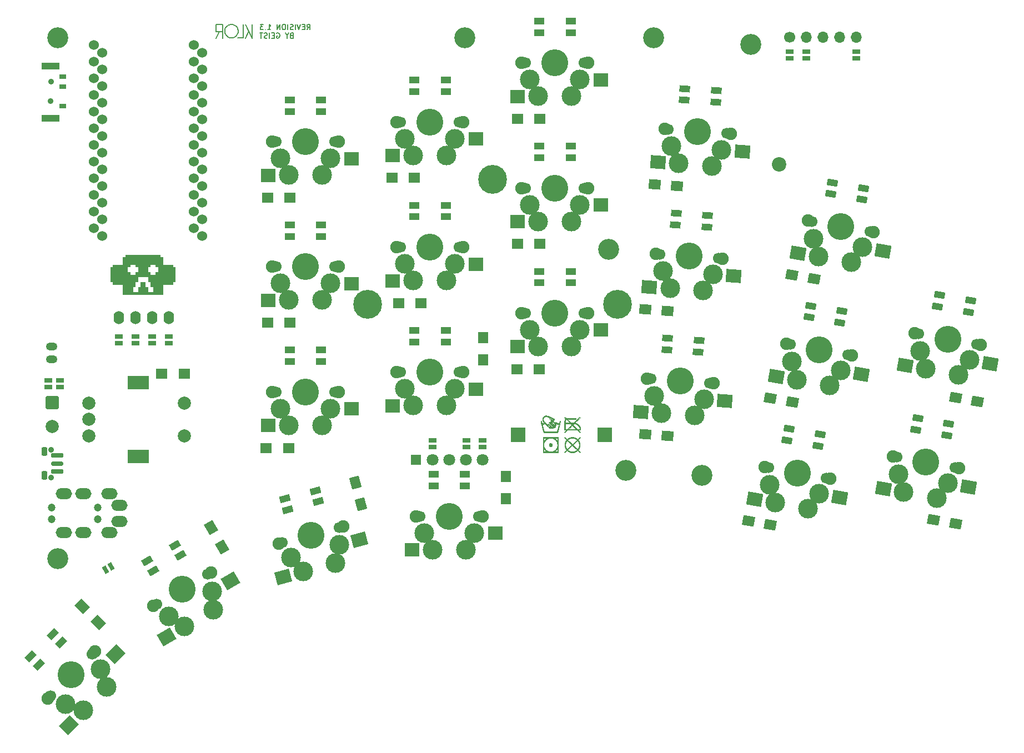
<source format=gbs>
G04 #@! TF.GenerationSoftware,KiCad,Pcbnew,(6.0.4)*
G04 #@! TF.CreationDate,2022-07-08T12:56:33+02:00*
G04 #@! TF.ProjectId,klor1_3,6b6c6f72-315f-4332-9e6b-696361645f70,v1.3.0*
G04 #@! TF.SameCoordinates,Original*
G04 #@! TF.FileFunction,Soldermask,Bot*
G04 #@! TF.FilePolarity,Negative*
%FSLAX46Y46*%
G04 Gerber Fmt 4.6, Leading zero omitted, Abs format (unit mm)*
G04 Created by KiCad (PCBNEW (6.0.4)) date 2022-07-08 12:56:33*
%MOMM*%
%LPD*%
G01*
G04 APERTURE LIST*
G04 Aperture macros list*
%AMRoundRect*
0 Rectangle with rounded corners*
0 $1 Rounding radius*
0 $2 $3 $4 $5 $6 $7 $8 $9 X,Y pos of 4 corners*
0 Add a 4 corners polygon primitive as box body*
4,1,4,$2,$3,$4,$5,$6,$7,$8,$9,$2,$3,0*
0 Add four circle primitives for the rounded corners*
1,1,$1+$1,$2,$3*
1,1,$1+$1,$4,$5*
1,1,$1+$1,$6,$7*
1,1,$1+$1,$8,$9*
0 Add four rect primitives between the rounded corners*
20,1,$1+$1,$2,$3,$4,$5,0*
20,1,$1+$1,$4,$5,$6,$7,0*
20,1,$1+$1,$6,$7,$8,$9,0*
20,1,$1+$1,$8,$9,$2,$3,0*%
%AMRotRect*
0 Rectangle, with rotation*
0 The origin of the aperture is its center*
0 $1 length*
0 $2 width*
0 $3 Rotation angle, in degrees counterclockwise*
0 Add horizontal line*
21,1,$1,$2,0,0,$3*%
G04 Aperture macros list end*
%ADD10C,0.000001*%
%ADD11C,0.150000*%
%ADD12C,0.000000*%
%ADD13C,1.700000*%
%ADD14C,3.000000*%
%ADD15C,4.100000*%
%ADD16C,1.900000*%
%ADD17RotRect,1.600000X1.000000X225.000000*%
%ADD18RotRect,2.300000X2.000000X45.000000*%
%ADD19R,1.600000X1.000000*%
%ADD20R,2.300000X2.000000*%
%ADD21RotRect,1.600000X1.000000X176.000000*%
%ADD22RotRect,2.300000X2.000000X356.000000*%
%ADD23C,3.200000*%
%ADD24RotRect,1.800000X1.500000X350.000000*%
%ADD25R,1.800000X1.500000*%
%ADD26RotRect,1.800000X1.500000X356.000000*%
%ADD27RotRect,1.600000X1.000000X195.000000*%
%ADD28RotRect,2.300000X2.000000X15.000000*%
%ADD29RotRect,1.600000X1.000000X170.000000*%
%ADD30RotRect,2.300000X2.000000X350.000000*%
%ADD31RotRect,1.800000X1.500000X285.000000*%
%ADD32R,2.200000X2.200000*%
%ADD33C,2.200000*%
%ADD34C,2.000000*%
%ADD35R,3.200000X2.000000*%
%ADD36O,1.600000X2.000000*%
%ADD37C,1.200000*%
%ADD38O,2.500000X1.700000*%
%ADD39RotRect,1.800000X1.500000X300.000000*%
%ADD40O,1.750000X1.200000*%
%ADD41C,0.900000*%
%ADD42RoundRect,0.187500X-0.712500X0.187500X-0.712500X-0.187500X0.712500X-0.187500X0.712500X0.187500X0*%
%ADD43RoundRect,0.150000X-0.750000X0.150000X-0.750000X-0.150000X0.750000X-0.150000X0.750000X0.150000X0*%
%ADD44RoundRect,0.225000X-0.225000X0.425000X-0.225000X-0.425000X0.225000X-0.425000X0.225000X0.425000X0*%
%ADD45C,4.400000*%
%ADD46RotRect,1.600000X1.000000X210.000000*%
%ADD47RotRect,2.300000X2.000000X30.000000*%
%ADD48RotRect,1.800000X1.500000X315.000000*%
%ADD49R,1.500000X1.800000*%
%ADD50RoundRect,0.142858X-0.857142X0.857142X-0.857142X-0.857142X0.857142X-0.857142X0.857142X0.857142X0*%
%ADD51R,1.000000X0.700000*%
%ADD52R,2.800000X1.000000*%
%ADD53R,1.524000X1.524000*%
%ADD54C,1.800000*%
%ADD55C,1.524000*%
%ADD56R,1.143000X0.635000*%
%ADD57RotRect,0.635000X1.143000X210.000000*%
%ADD58O,1.700000X1.700000*%
G04 APERTURE END LIST*
D10*
G36*
X158456354Y-117585550D02*
G01*
X158468324Y-117586462D01*
X158480101Y-117587963D01*
X158491672Y-117590037D01*
X158503023Y-117592669D01*
X158514141Y-117595843D01*
X158525013Y-117599544D01*
X158535624Y-117603757D01*
X158545962Y-117608465D01*
X158556012Y-117613654D01*
X158565761Y-117619308D01*
X158575196Y-117625412D01*
X158584303Y-117631949D01*
X158593068Y-117638905D01*
X158601478Y-117646263D01*
X158609519Y-117654009D01*
X158617178Y-117662127D01*
X158624441Y-117670602D01*
X158631295Y-117679417D01*
X158637726Y-117688558D01*
X158643720Y-117698008D01*
X158649264Y-117707754D01*
X158654345Y-117717778D01*
X158658948Y-117728065D01*
X158663060Y-117738601D01*
X158666668Y-117749369D01*
X158669759Y-117760354D01*
X158672317Y-117771540D01*
X158674331Y-117782912D01*
X158675786Y-117794455D01*
X158676670Y-117806153D01*
X158676967Y-117817990D01*
X158676670Y-117830138D01*
X158675786Y-117842107D01*
X158674331Y-117853883D01*
X158672317Y-117865453D01*
X158669759Y-117876804D01*
X158666668Y-117887922D01*
X158663060Y-117898793D01*
X158658948Y-117909403D01*
X158654345Y-117919740D01*
X158649264Y-117929790D01*
X158643720Y-117939539D01*
X158637726Y-117948973D01*
X158631295Y-117958079D01*
X158624441Y-117966844D01*
X158617178Y-117975253D01*
X158609519Y-117983294D01*
X158601478Y-117990953D01*
X158593068Y-117998215D01*
X158584303Y-118005069D01*
X158575196Y-118011499D01*
X158565761Y-118017493D01*
X158556012Y-118023037D01*
X158545962Y-118028117D01*
X158535624Y-118032720D01*
X158525013Y-118036832D01*
X158514141Y-118040440D01*
X158503023Y-118043530D01*
X158491672Y-118046089D01*
X158480101Y-118048102D01*
X158468324Y-118049558D01*
X158456354Y-118050441D01*
X158444206Y-118050738D01*
X158432058Y-118050441D01*
X158420088Y-118049558D01*
X158408311Y-118048102D01*
X158396741Y-118046089D01*
X158385389Y-118043530D01*
X158374271Y-118040440D01*
X158363399Y-118036832D01*
X158352788Y-118032720D01*
X158342450Y-118028117D01*
X158332400Y-118023037D01*
X158322651Y-118017493D01*
X158313216Y-118011499D01*
X158304109Y-118005069D01*
X158295344Y-117998215D01*
X158286934Y-117990953D01*
X158278893Y-117983294D01*
X158271234Y-117975253D01*
X158263971Y-117966844D01*
X158257117Y-117958079D01*
X158250686Y-117948973D01*
X158244692Y-117939539D01*
X158239148Y-117929790D01*
X158234068Y-117919740D01*
X158229464Y-117909403D01*
X158225352Y-117898793D01*
X158221744Y-117887922D01*
X158218653Y-117876804D01*
X158216095Y-117865453D01*
X158214081Y-117853883D01*
X158212626Y-117842107D01*
X158211742Y-117830138D01*
X158211445Y-117817990D01*
X158211742Y-117805843D01*
X158212626Y-117793874D01*
X158214081Y-117782098D01*
X158216095Y-117770528D01*
X158218653Y-117759177D01*
X158221744Y-117748059D01*
X158225352Y-117737188D01*
X158229464Y-117726577D01*
X158234068Y-117716240D01*
X158239148Y-117706191D01*
X158244692Y-117696442D01*
X158250686Y-117687008D01*
X158257117Y-117677902D01*
X158263971Y-117669137D01*
X158271234Y-117660728D01*
X158278893Y-117652687D01*
X158286934Y-117645028D01*
X158295344Y-117637765D01*
X158304109Y-117630912D01*
X158313216Y-117624482D01*
X158322651Y-117618488D01*
X158332400Y-117612944D01*
X158342450Y-117607864D01*
X158352788Y-117603261D01*
X158363399Y-117599149D01*
X158374271Y-117595541D01*
X158385389Y-117592451D01*
X158396741Y-117589892D01*
X158408311Y-117587878D01*
X158420088Y-117586423D01*
X158432058Y-117585540D01*
X158444206Y-117585243D01*
X158456354Y-117585550D01*
G37*
X158456354Y-117585550D02*
X158468324Y-117586462D01*
X158480101Y-117587963D01*
X158491672Y-117590037D01*
X158503023Y-117592669D01*
X158514141Y-117595843D01*
X158525013Y-117599544D01*
X158535624Y-117603757D01*
X158545962Y-117608465D01*
X158556012Y-117613654D01*
X158565761Y-117619308D01*
X158575196Y-117625412D01*
X158584303Y-117631949D01*
X158593068Y-117638905D01*
X158601478Y-117646263D01*
X158609519Y-117654009D01*
X158617178Y-117662127D01*
X158624441Y-117670602D01*
X158631295Y-117679417D01*
X158637726Y-117688558D01*
X158643720Y-117698008D01*
X158649264Y-117707754D01*
X158654345Y-117717778D01*
X158658948Y-117728065D01*
X158663060Y-117738601D01*
X158666668Y-117749369D01*
X158669759Y-117760354D01*
X158672317Y-117771540D01*
X158674331Y-117782912D01*
X158675786Y-117794455D01*
X158676670Y-117806153D01*
X158676967Y-117817990D01*
X158676670Y-117830138D01*
X158675786Y-117842107D01*
X158674331Y-117853883D01*
X158672317Y-117865453D01*
X158669759Y-117876804D01*
X158666668Y-117887922D01*
X158663060Y-117898793D01*
X158658948Y-117909403D01*
X158654345Y-117919740D01*
X158649264Y-117929790D01*
X158643720Y-117939539D01*
X158637726Y-117948973D01*
X158631295Y-117958079D01*
X158624441Y-117966844D01*
X158617178Y-117975253D01*
X158609519Y-117983294D01*
X158601478Y-117990953D01*
X158593068Y-117998215D01*
X158584303Y-118005069D01*
X158575196Y-118011499D01*
X158565761Y-118017493D01*
X158556012Y-118023037D01*
X158545962Y-118028117D01*
X158535624Y-118032720D01*
X158525013Y-118036832D01*
X158514141Y-118040440D01*
X158503023Y-118043530D01*
X158491672Y-118046089D01*
X158480101Y-118048102D01*
X158468324Y-118049558D01*
X158456354Y-118050441D01*
X158444206Y-118050738D01*
X158432058Y-118050441D01*
X158420088Y-118049558D01*
X158408311Y-118048102D01*
X158396741Y-118046089D01*
X158385389Y-118043530D01*
X158374271Y-118040440D01*
X158363399Y-118036832D01*
X158352788Y-118032720D01*
X158342450Y-118028117D01*
X158332400Y-118023037D01*
X158322651Y-118017493D01*
X158313216Y-118011499D01*
X158304109Y-118005069D01*
X158295344Y-117998215D01*
X158286934Y-117990953D01*
X158278893Y-117983294D01*
X158271234Y-117975253D01*
X158263971Y-117966844D01*
X158257117Y-117958079D01*
X158250686Y-117948973D01*
X158244692Y-117939539D01*
X158239148Y-117929790D01*
X158234068Y-117919740D01*
X158229464Y-117909403D01*
X158225352Y-117898793D01*
X158221744Y-117887922D01*
X158218653Y-117876804D01*
X158216095Y-117865453D01*
X158214081Y-117853883D01*
X158212626Y-117842107D01*
X158211742Y-117830138D01*
X158211445Y-117817990D01*
X158211742Y-117805843D01*
X158212626Y-117793874D01*
X158214081Y-117782098D01*
X158216095Y-117770528D01*
X158218653Y-117759177D01*
X158221744Y-117748059D01*
X158225352Y-117737188D01*
X158229464Y-117726577D01*
X158234068Y-117716240D01*
X158239148Y-117706191D01*
X158244692Y-117696442D01*
X158250686Y-117687008D01*
X158257117Y-117677902D01*
X158263971Y-117669137D01*
X158271234Y-117660728D01*
X158278893Y-117652687D01*
X158286934Y-117645028D01*
X158295344Y-117637765D01*
X158304109Y-117630912D01*
X158313216Y-117624482D01*
X158322651Y-117618488D01*
X158332400Y-117612944D01*
X158342450Y-117607864D01*
X158352788Y-117603261D01*
X158363399Y-117599149D01*
X158374271Y-117595541D01*
X158385389Y-117592451D01*
X158396741Y-117589892D01*
X158408311Y-117587878D01*
X158420088Y-117586423D01*
X158432058Y-117585540D01*
X158444206Y-117585243D01*
X158456354Y-117585550D01*
D11*
X108463510Y-54781201D02*
X107469711Y-54781201D01*
X109800000Y-53718863D02*
X109643435Y-53730708D01*
X109494284Y-53765082D01*
X109354290Y-53820241D01*
X109184890Y-53923103D01*
X109039005Y-54055681D01*
X108920768Y-54213840D01*
X108834314Y-54393447D01*
X108792818Y-54539740D01*
X108773269Y-54694027D01*
X108771932Y-54746932D01*
D10*
G36*
X159512792Y-115910165D02*
G01*
X159502212Y-115945430D01*
X157386203Y-115945430D01*
X157160495Y-115099074D01*
X157038057Y-114640632D01*
X157164020Y-114640632D01*
X157176418Y-114689011D01*
X157210308Y-114816074D01*
X157260728Y-115002647D01*
X157322721Y-115229554D01*
X157326248Y-115233081D01*
X157484949Y-115818476D01*
X159406991Y-115818476D01*
X159565691Y-115229554D01*
X159677663Y-114813430D01*
X159710505Y-114687027D01*
X159718826Y-114652630D01*
X159720865Y-114640632D01*
X159717779Y-114641293D01*
X159714170Y-114642120D01*
X159709403Y-114643277D01*
X159703645Y-114644765D01*
X159697060Y-114646583D01*
X159693509Y-114647616D01*
X159689814Y-114648732D01*
X159685994Y-114649930D01*
X159682072Y-114651211D01*
X159676854Y-114653113D01*
X159671740Y-114654855D01*
X159666667Y-114656442D01*
X159661573Y-114657879D01*
X159656396Y-114659171D01*
X159651075Y-114660324D01*
X159645548Y-114661342D01*
X159639751Y-114662232D01*
X159633624Y-114662997D01*
X159627105Y-114663644D01*
X159620131Y-114664177D01*
X159612640Y-114664601D01*
X159604571Y-114664922D01*
X159595861Y-114665145D01*
X159576271Y-114665317D01*
X159559783Y-114665178D01*
X159544545Y-114664698D01*
X159530319Y-114663783D01*
X159516868Y-114662342D01*
X159503955Y-114660281D01*
X159491341Y-114657507D01*
X159478790Y-114653927D01*
X159466062Y-114649448D01*
X159452922Y-114643978D01*
X159439130Y-114637422D01*
X159424450Y-114629689D01*
X159408643Y-114620685D01*
X159391473Y-114610318D01*
X159372702Y-114598493D01*
X159329403Y-114570102D01*
X159292800Y-114545527D01*
X159264050Y-114526903D01*
X159252180Y-114519616D01*
X159241746Y-114513569D01*
X159232573Y-114508678D01*
X159224485Y-114504863D01*
X159217305Y-114502039D01*
X159210860Y-114500124D01*
X159204972Y-114499036D01*
X159199467Y-114498691D01*
X159194169Y-114499008D01*
X159188901Y-114499903D01*
X159183489Y-114501295D01*
X159177756Y-114503099D01*
X159170940Y-114505596D01*
X159165054Y-114507866D01*
X159162467Y-114508947D01*
X159160119Y-114510011D01*
X159158014Y-114511070D01*
X159156155Y-114512136D01*
X159154544Y-114513223D01*
X159153183Y-114514343D01*
X159152075Y-114515510D01*
X159151223Y-114516737D01*
X159150630Y-114518036D01*
X159150297Y-114519420D01*
X159150227Y-114520902D01*
X159150424Y-114522495D01*
X159150890Y-114524212D01*
X159151626Y-114526066D01*
X159152637Y-114528070D01*
X159153923Y-114530237D01*
X159155489Y-114532579D01*
X159157336Y-114535110D01*
X159159468Y-114537842D01*
X159161886Y-114540789D01*
X159167593Y-114547377D01*
X159174477Y-114554977D01*
X159191863Y-114573629D01*
X159203235Y-114585795D01*
X159213574Y-114597233D01*
X159222921Y-114608040D01*
X159231318Y-114618316D01*
X159238805Y-114628158D01*
X159245424Y-114637663D01*
X159251217Y-114646932D01*
X159256225Y-114656060D01*
X159260488Y-114665148D01*
X159264049Y-114674292D01*
X159266949Y-114683591D01*
X159269229Y-114693144D01*
X159270930Y-114703047D01*
X159272095Y-114713400D01*
X159272763Y-114724301D01*
X159272976Y-114735847D01*
X159272973Y-114736140D01*
X159272890Y-114744785D01*
X159272618Y-114753128D01*
X159272139Y-114760945D01*
X159271433Y-114768302D01*
X159270479Y-114775266D01*
X159269257Y-114781905D01*
X159267745Y-114788285D01*
X159265923Y-114794475D01*
X159263770Y-114800540D01*
X159261266Y-114806549D01*
X159258391Y-114812568D01*
X159255122Y-114818664D01*
X159251441Y-114824905D01*
X159247325Y-114831358D01*
X159242755Y-114838090D01*
X159237709Y-114845168D01*
X159234863Y-114849213D01*
X159231634Y-114853392D01*
X159228054Y-114857674D01*
X159224154Y-114862029D01*
X159219964Y-114866425D01*
X159215516Y-114870831D01*
X159210841Y-114875217D01*
X159205969Y-114879551D01*
X159200932Y-114883802D01*
X159195761Y-114887940D01*
X159190486Y-114891933D01*
X159185140Y-114895751D01*
X159179751Y-114899362D01*
X159174353Y-114902735D01*
X159168975Y-114905839D01*
X159163649Y-114908644D01*
X159164310Y-114911675D01*
X159165137Y-114915153D01*
X159166294Y-114919665D01*
X159167782Y-114925003D01*
X159168650Y-114927917D01*
X159169600Y-114930960D01*
X159170633Y-114934107D01*
X159171749Y-114937332D01*
X159172948Y-114940608D01*
X159174229Y-114943909D01*
X159176678Y-114952193D01*
X159178739Y-114960509D01*
X159180415Y-114968844D01*
X159181709Y-114977190D01*
X159182627Y-114985537D01*
X159183171Y-114993872D01*
X159183156Y-115010472D01*
X159181694Y-115026906D01*
X159178816Y-115043091D01*
X159174554Y-115058947D01*
X159168939Y-115074389D01*
X159162001Y-115089335D01*
X159153771Y-115103703D01*
X159144281Y-115117409D01*
X159133562Y-115130372D01*
X159121644Y-115142508D01*
X159115245Y-115148240D01*
X159108558Y-115153735D01*
X159101587Y-115158982D01*
X159094336Y-115163970D01*
X159086808Y-115168690D01*
X159079008Y-115173131D01*
X159075114Y-115175032D01*
X159071328Y-115176774D01*
X159067594Y-115178361D01*
X159063855Y-115179798D01*
X159060053Y-115181090D01*
X159056133Y-115182243D01*
X159052037Y-115183261D01*
X159047709Y-115184151D01*
X159043091Y-115184916D01*
X159038128Y-115185563D01*
X159032761Y-115186096D01*
X159026935Y-115186520D01*
X159020592Y-115186841D01*
X159013675Y-115187064D01*
X159006129Y-115187194D01*
X158997895Y-115187236D01*
X158983141Y-115187216D01*
X158970453Y-115187071D01*
X158959584Y-115186678D01*
X158954753Y-115186350D01*
X158950285Y-115185914D01*
X158946147Y-115185353D01*
X158942308Y-115184653D01*
X158938739Y-115183798D01*
X158935406Y-115182773D01*
X158932281Y-115181562D01*
X158929331Y-115180149D01*
X158926526Y-115178519D01*
X158923835Y-115176657D01*
X158906201Y-115166077D01*
X158885041Y-115197816D01*
X158880831Y-115204381D01*
X158876162Y-115210833D01*
X158871069Y-115217141D01*
X158865589Y-115223272D01*
X158859757Y-115229198D01*
X158853610Y-115234885D01*
X158847185Y-115240304D01*
X158840516Y-115245423D01*
X158833641Y-115250212D01*
X158826595Y-115254639D01*
X158819416Y-115258673D01*
X158812137Y-115262284D01*
X158804797Y-115265440D01*
X158797432Y-115268111D01*
X158790076Y-115270265D01*
X158786413Y-115271139D01*
X158782767Y-115271872D01*
X158775218Y-115273651D01*
X158767172Y-115275033D01*
X158758714Y-115276033D01*
X158749925Y-115276666D01*
X158740888Y-115276947D01*
X158731685Y-115276893D01*
X158722400Y-115276518D01*
X158713115Y-115275839D01*
X158703913Y-115274871D01*
X158694875Y-115273628D01*
X158686086Y-115272128D01*
X158677628Y-115270384D01*
X158669582Y-115268413D01*
X158662033Y-115266231D01*
X158655062Y-115263852D01*
X158648753Y-115261292D01*
X158645909Y-115259808D01*
X158642698Y-115258014D01*
X158635363Y-115253578D01*
X158627118Y-115248151D01*
X158622770Y-115245117D01*
X158618335Y-115241897D01*
X158613859Y-115238511D01*
X158609388Y-115234981D01*
X158604968Y-115231328D01*
X158600647Y-115227570D01*
X158596470Y-115223730D01*
X158592484Y-115219829D01*
X158588736Y-115215885D01*
X158585273Y-115211922D01*
X158546479Y-115176657D01*
X158507686Y-115215448D01*
X158496555Y-115226393D01*
X158491506Y-115231186D01*
X158486746Y-115235560D01*
X158482235Y-115239542D01*
X158477929Y-115243157D01*
X158473790Y-115246431D01*
X158469774Y-115249391D01*
X158465841Y-115252060D01*
X158461949Y-115254467D01*
X158458057Y-115256635D01*
X158454124Y-115258592D01*
X158450109Y-115260363D01*
X158445969Y-115261974D01*
X158441664Y-115263451D01*
X158437152Y-115264819D01*
X158428941Y-115267258D01*
X158420228Y-115269289D01*
X158411092Y-115270917D01*
X158401610Y-115272147D01*
X158391859Y-115272985D01*
X158381917Y-115273435D01*
X158371861Y-115273503D01*
X158361769Y-115273194D01*
X158351719Y-115272513D01*
X158341787Y-115271465D01*
X158332052Y-115270056D01*
X158322590Y-115268290D01*
X158313480Y-115266173D01*
X158304798Y-115263710D01*
X158296623Y-115260906D01*
X158289032Y-115257766D01*
X158284602Y-115254657D01*
X158277894Y-115249260D01*
X158257457Y-115231372D01*
X158227349Y-115203650D01*
X158187199Y-115165637D01*
X158136633Y-115116879D01*
X158075282Y-115056922D01*
X158002771Y-114985311D01*
X157918730Y-114901591D01*
X157675830Y-114660468D01*
X157573115Y-114559523D01*
X157567660Y-114562608D01*
X157561399Y-114566218D01*
X157553277Y-114570984D01*
X157543669Y-114576742D01*
X157532944Y-114583326D01*
X157521475Y-114590572D01*
X157509635Y-114598314D01*
X157480161Y-114616373D01*
X157466883Y-114624117D01*
X157454365Y-114631044D01*
X157442446Y-114637186D01*
X157430966Y-114642574D01*
X157419765Y-114647239D01*
X157408683Y-114651211D01*
X157397560Y-114654522D01*
X157386235Y-114657204D01*
X157374549Y-114659285D01*
X157362340Y-114660799D01*
X157349450Y-114661775D01*
X157335718Y-114662245D01*
X157320984Y-114662240D01*
X157305087Y-114661791D01*
X157285497Y-114661763D01*
X157268718Y-114661570D01*
X157254253Y-114661047D01*
X157247734Y-114660609D01*
X157241607Y-114660027D01*
X157235811Y-114659280D01*
X157230283Y-114658347D01*
X157224962Y-114657207D01*
X157219786Y-114655840D01*
X157214692Y-114654225D01*
X157209619Y-114652341D01*
X157204504Y-114650168D01*
X157199287Y-114647685D01*
X157195985Y-114646405D01*
X157192709Y-114645212D01*
X157186337Y-114643111D01*
X157180379Y-114641424D01*
X157177620Y-114640748D01*
X157175041Y-114640191D01*
X157172669Y-114639758D01*
X157170529Y-114639454D01*
X157168648Y-114639284D01*
X157167051Y-114639254D01*
X157165763Y-114639369D01*
X157164812Y-114639633D01*
X157164470Y-114639823D01*
X157164222Y-114640052D01*
X157164071Y-114640322D01*
X157164020Y-114640632D01*
X157038057Y-114640632D01*
X157000031Y-114498250D01*
X156952200Y-114312063D01*
X156934788Y-114238613D01*
X156934889Y-114236280D01*
X156935190Y-114233912D01*
X156935680Y-114231517D01*
X156936351Y-114229102D01*
X156937196Y-114226674D01*
X156938205Y-114224240D01*
X156939370Y-114221807D01*
X156940684Y-114219383D01*
X156942137Y-114216974D01*
X156943721Y-114214588D01*
X156945427Y-114212232D01*
X156947248Y-114209913D01*
X156951199Y-114205412D01*
X156955507Y-114201145D01*
X156960104Y-114197166D01*
X156964923Y-114193534D01*
X156969897Y-114190304D01*
X156972421Y-114188858D01*
X156974959Y-114187535D01*
X156977502Y-114186340D01*
X156980041Y-114185281D01*
X156982569Y-114184366D01*
X156985077Y-114183602D01*
X156987557Y-114182995D01*
X156990000Y-114182552D01*
X156992397Y-114182281D01*
X156993299Y-114182246D01*
X156995799Y-114182314D01*
X157000292Y-114182686D01*
X157004681Y-114183306D01*
X157008957Y-114184173D01*
X157013109Y-114185289D01*
X157017126Y-114186653D01*
X157020999Y-114188265D01*
X157024717Y-114190124D01*
X157028269Y-114192232D01*
X157031646Y-114194588D01*
X157034837Y-114197191D01*
X157037831Y-114200043D01*
X157040619Y-114203142D01*
X157043190Y-114206489D01*
X157045534Y-114210085D01*
X157047640Y-114213928D01*
X157052710Y-114229797D01*
X157061747Y-114258891D01*
X157073429Y-114297241D01*
X157086434Y-114340881D01*
X157109357Y-114419786D01*
X157113642Y-114433830D01*
X157117182Y-114444527D01*
X157119896Y-114451339D01*
X157120917Y-114453120D01*
X157121701Y-114453729D01*
X157126539Y-114457507D01*
X157132963Y-114462132D01*
X157149639Y-114473345D01*
X157169869Y-114486211D01*
X157191793Y-114499573D01*
X157213553Y-114512274D01*
X157233287Y-114523156D01*
X157241814Y-114527554D01*
X157249137Y-114531063D01*
X157255023Y-114533539D01*
X157259241Y-114534838D01*
X157264809Y-114536077D01*
X157270882Y-114537152D01*
X157277389Y-114538061D01*
X157284258Y-114538805D01*
X157291417Y-114539384D01*
X157298792Y-114539797D01*
X157306312Y-114540045D01*
X157313905Y-114540127D01*
X157321497Y-114540045D01*
X157329017Y-114539797D01*
X157336392Y-114539384D01*
X157343551Y-114538805D01*
X157350420Y-114538061D01*
X157356927Y-114537152D01*
X157363001Y-114536077D01*
X157368568Y-114534838D01*
X157372587Y-114533698D01*
X157377908Y-114531669D01*
X157384345Y-114528856D01*
X157391712Y-114525360D01*
X157408491Y-114516737D01*
X157426758Y-114506626D01*
X157445025Y-114495854D01*
X157461805Y-114485247D01*
X157469171Y-114480263D01*
X157475608Y-114475631D01*
X157480929Y-114471454D01*
X157484948Y-114467835D01*
X157461584Y-114442268D01*
X157435850Y-114414276D01*
X157403835Y-114379673D01*
X157362520Y-114336280D01*
X157344431Y-114316475D01*
X157327901Y-114297682D01*
X157312818Y-114279715D01*
X157299068Y-114262390D01*
X157286537Y-114245518D01*
X157275111Y-114228916D01*
X157264677Y-114212396D01*
X157255122Y-114195772D01*
X157246331Y-114178860D01*
X157238191Y-114161472D01*
X157230588Y-114143423D01*
X157223409Y-114124526D01*
X157216540Y-114104597D01*
X157209868Y-114083448D01*
X157205060Y-114066374D01*
X157201161Y-114051324D01*
X157199527Y-114044159D01*
X157198089Y-114037019D01*
X157196837Y-114029744D01*
X157195761Y-114022176D01*
X157194850Y-114014152D01*
X157194094Y-114005514D01*
X157193483Y-113996102D01*
X157193006Y-113985754D01*
X157192653Y-113974311D01*
X157192414Y-113961612D01*
X157192235Y-113931810D01*
X157192266Y-113924291D01*
X157312476Y-113924291D01*
X157312518Y-113948797D01*
X157313905Y-113973411D01*
X157316657Y-113998082D01*
X157320790Y-114022759D01*
X157326323Y-114047390D01*
X157333274Y-114071925D01*
X157341662Y-114096313D01*
X157351504Y-114120503D01*
X157362818Y-114144444D01*
X157375622Y-114168084D01*
X157379654Y-114174018D01*
X157386553Y-114182658D01*
X157396459Y-114194150D01*
X157409511Y-114208638D01*
X157445611Y-114247182D01*
X157495970Y-114299445D01*
X157561703Y-114366586D01*
X157643925Y-114449761D01*
X157862304Y-114668844D01*
X158196457Y-115002096D01*
X158301707Y-115105246D01*
X158332221Y-115134009D01*
X158345460Y-115144919D01*
X158349426Y-115146779D01*
X158353386Y-115148394D01*
X158357333Y-115149766D01*
X158361261Y-115150897D01*
X158365163Y-115151791D01*
X158369032Y-115152450D01*
X158372863Y-115152877D01*
X158376649Y-115153074D01*
X158380383Y-115153043D01*
X158384058Y-115152788D01*
X158387670Y-115152311D01*
X158391210Y-115151614D01*
X158394673Y-115150700D01*
X158398051Y-115149571D01*
X158401340Y-115148231D01*
X158404531Y-115146682D01*
X158407620Y-115144926D01*
X158410598Y-115142966D01*
X158413460Y-115140805D01*
X158416200Y-115138444D01*
X158418810Y-115135888D01*
X158421285Y-115133137D01*
X158423617Y-115130196D01*
X158425802Y-115127066D01*
X158427831Y-115123750D01*
X158429698Y-115120251D01*
X158431398Y-115116571D01*
X158432924Y-115112712D01*
X158434269Y-115108678D01*
X158435426Y-115104471D01*
X158436390Y-115100094D01*
X158437153Y-115095548D01*
X158437153Y-115070863D01*
X158229079Y-114859274D01*
X158017478Y-114647685D01*
X158109172Y-114555997D01*
X158408940Y-114855747D01*
X158571112Y-115017139D01*
X158624983Y-115069919D01*
X158664183Y-115107450D01*
X158691315Y-115132252D01*
X158708983Y-115146847D01*
X158719790Y-115153756D01*
X158723435Y-115155115D01*
X158726341Y-115155498D01*
X158730257Y-115155426D01*
X158734068Y-115155210D01*
X158737773Y-115154850D01*
X158741371Y-115154348D01*
X158744860Y-115153704D01*
X158748240Y-115152918D01*
X158751508Y-115151991D01*
X158754665Y-115150925D01*
X158757707Y-115149719D01*
X158760635Y-115148374D01*
X158763446Y-115146891D01*
X158766140Y-115145270D01*
X158768715Y-115143512D01*
X158771170Y-115141619D01*
X158773504Y-115139589D01*
X158775715Y-115137425D01*
X158777801Y-115135126D01*
X158779763Y-115132694D01*
X158781598Y-115130129D01*
X158783305Y-115127431D01*
X158784883Y-115124602D01*
X158786331Y-115121641D01*
X158787647Y-115118550D01*
X158788830Y-115115329D01*
X158789878Y-115111980D01*
X158790791Y-115108501D01*
X158791567Y-115104895D01*
X158792205Y-115101162D01*
X158792703Y-115097302D01*
X158793060Y-115093316D01*
X158793276Y-115089204D01*
X158793348Y-115084969D01*
X158793309Y-115083007D01*
X158793159Y-115081055D01*
X158792848Y-115079058D01*
X158792329Y-115076965D01*
X158791551Y-115074722D01*
X158790465Y-115072276D01*
X158789024Y-115069575D01*
X158787176Y-115066565D01*
X158784874Y-115063193D01*
X158782069Y-115059407D01*
X158778711Y-115055153D01*
X158774750Y-115050379D01*
X158770139Y-115045031D01*
X158764828Y-115039057D01*
X158758768Y-115032404D01*
X158751909Y-115025018D01*
X158744204Y-115016848D01*
X158735602Y-115007839D01*
X158715513Y-114987095D01*
X158691250Y-114962363D01*
X158662420Y-114933220D01*
X158628630Y-114899241D01*
X158589489Y-114860004D01*
X158493580Y-114764059D01*
X158193812Y-114464308D01*
X158285506Y-114372620D01*
X158627594Y-114714688D01*
X158815334Y-114902087D01*
X158876617Y-114962582D01*
X158920749Y-115005182D01*
X158951160Y-115033070D01*
X158971280Y-115049428D01*
X158978553Y-115054278D01*
X158984540Y-115057439D01*
X158989669Y-115059308D01*
X158994369Y-115060283D01*
X158998955Y-115060791D01*
X159003451Y-115061000D01*
X159007848Y-115060919D01*
X159012140Y-115060559D01*
X159016318Y-115059930D01*
X159020375Y-115059043D01*
X159024302Y-115057909D01*
X159028093Y-115056536D01*
X159031739Y-115054937D01*
X159035232Y-115053120D01*
X159038566Y-115051097D01*
X159041731Y-115048877D01*
X159044721Y-115046472D01*
X159047527Y-115043891D01*
X159050143Y-115041144D01*
X159052559Y-115038243D01*
X159054769Y-115035197D01*
X159056764Y-115032016D01*
X159058537Y-115028712D01*
X159060081Y-115025294D01*
X159061387Y-115021773D01*
X159062447Y-115018158D01*
X159063254Y-115014461D01*
X159063800Y-115010692D01*
X159064078Y-115006861D01*
X159064079Y-115002978D01*
X159063796Y-114999054D01*
X159063222Y-114995098D01*
X159062347Y-114991122D01*
X159061166Y-114987136D01*
X159059669Y-114983150D01*
X159057849Y-114979174D01*
X159055441Y-114975485D01*
X159049659Y-114968505D01*
X159028699Y-114945397D01*
X158996415Y-114911296D01*
X158954253Y-114867649D01*
X158846083Y-114757502D01*
X158715761Y-114626526D01*
X158479473Y-114389811D01*
X158407286Y-114316582D01*
X158387600Y-114296022D01*
X158380726Y-114287984D01*
X158380777Y-114287602D01*
X158380930Y-114287121D01*
X158381532Y-114285870D01*
X158382516Y-114284257D01*
X158383867Y-114282309D01*
X158385569Y-114280050D01*
X158387607Y-114277508D01*
X158389966Y-114274707D01*
X158392629Y-114271674D01*
X158395581Y-114268434D01*
X158398807Y-114265014D01*
X158402292Y-114261438D01*
X158406019Y-114257733D01*
X158409974Y-114253925D01*
X158414140Y-114250040D01*
X158418503Y-114246103D01*
X158423046Y-114242140D01*
X158465367Y-114199822D01*
X158761608Y-114496046D01*
X158906863Y-114640577D01*
X159000541Y-114731880D01*
X159031344Y-114760773D01*
X159053220Y-114780204D01*
X159067492Y-114791451D01*
X159072190Y-114794407D01*
X159075483Y-114795797D01*
X159079448Y-114796326D01*
X159083405Y-114796594D01*
X159087342Y-114796610D01*
X159091249Y-114796383D01*
X159095118Y-114795920D01*
X159098939Y-114795232D01*
X159102701Y-114794324D01*
X159106396Y-114793207D01*
X159110013Y-114791889D01*
X159113543Y-114790377D01*
X159116976Y-114788681D01*
X159120303Y-114786809D01*
X159123513Y-114784768D01*
X159126598Y-114782569D01*
X159129547Y-114780218D01*
X159132350Y-114777724D01*
X159134999Y-114775096D01*
X159137483Y-114772342D01*
X159139792Y-114769471D01*
X159141918Y-114766490D01*
X159143850Y-114763409D01*
X159145578Y-114760235D01*
X159147093Y-114756978D01*
X159148386Y-114753645D01*
X159149446Y-114750245D01*
X159150263Y-114746786D01*
X159150829Y-114743276D01*
X159151134Y-114739725D01*
X159151167Y-114736140D01*
X159150920Y-114732530D01*
X159150381Y-114728903D01*
X159149543Y-114725268D01*
X159149139Y-114723892D01*
X159147922Y-114721745D01*
X159143027Y-114715108D01*
X159134804Y-114705299D01*
X159123203Y-114692262D01*
X159089658Y-114656274D01*
X159041979Y-114606690D01*
X158979752Y-114543055D01*
X158902565Y-114464914D01*
X158701654Y-114263299D01*
X158701654Y-114259772D01*
X158530775Y-114087746D01*
X158392629Y-113946797D01*
X158301431Y-113852133D01*
X158277881Y-113826911D01*
X158271399Y-113818962D01*
X158273980Y-113819490D01*
X158278989Y-113821036D01*
X158295755Y-113826952D01*
X158320621Y-113836257D01*
X158352513Y-113848497D01*
X158433075Y-113879959D01*
X158528847Y-113917704D01*
X158682809Y-113976938D01*
X158731562Y-113994632D01*
X158750365Y-114000842D01*
X158766016Y-114005425D01*
X158778940Y-114008479D01*
X158789560Y-114010102D01*
X158798299Y-114010392D01*
X158805581Y-114009447D01*
X158811830Y-114007366D01*
X158817470Y-114004247D01*
X158828615Y-113995286D01*
X158830547Y-113993593D01*
X158832376Y-113991820D01*
X158834101Y-113989973D01*
X158835723Y-113988054D01*
X158837242Y-113986069D01*
X158838658Y-113984020D01*
X158839970Y-113981912D01*
X158841179Y-113979748D01*
X158842284Y-113977532D01*
X158843287Y-113975269D01*
X158844185Y-113972962D01*
X158844981Y-113970615D01*
X158845673Y-113968231D01*
X158846262Y-113965816D01*
X158846748Y-113963372D01*
X158847130Y-113960903D01*
X158847409Y-113958414D01*
X158847585Y-113955908D01*
X158847657Y-113953389D01*
X158847626Y-113950861D01*
X158847492Y-113948328D01*
X158847254Y-113945793D01*
X158846913Y-113943262D01*
X158846469Y-113940736D01*
X158845921Y-113938221D01*
X158845270Y-113935720D01*
X158844516Y-113933237D01*
X158843658Y-113930777D01*
X158842698Y-113928342D01*
X158841633Y-113925936D01*
X158840466Y-113923565D01*
X158839195Y-113921230D01*
X158835000Y-113913316D01*
X158833882Y-113911572D01*
X158832539Y-113909832D01*
X158830871Y-113908052D01*
X158828780Y-113906188D01*
X158826168Y-113904194D01*
X158822935Y-113902027D01*
X158818983Y-113899641D01*
X158814212Y-113896993D01*
X158808525Y-113894037D01*
X158801821Y-113890729D01*
X158794003Y-113887025D01*
X158784972Y-113882880D01*
X158774629Y-113878249D01*
X158762875Y-113873088D01*
X158749610Y-113867353D01*
X158734738Y-113860998D01*
X158699771Y-113846252D01*
X158657185Y-113828495D01*
X158606188Y-113807370D01*
X158545991Y-113782520D01*
X158394833Y-113720221D01*
X158107739Y-113600321D01*
X157957524Y-113538607D01*
X157917422Y-113522958D01*
X157891950Y-113513922D01*
X157858777Y-113505106D01*
X157846281Y-113502048D01*
X157832699Y-113499485D01*
X157818188Y-113497419D01*
X157802901Y-113495849D01*
X157786995Y-113494774D01*
X157770624Y-113494196D01*
X157753943Y-113494113D01*
X157737107Y-113494526D01*
X157720271Y-113495435D01*
X157703590Y-113496840D01*
X157687218Y-113498741D01*
X157671312Y-113501138D01*
X157656026Y-113504031D01*
X157641514Y-113507420D01*
X157627933Y-113511305D01*
X157615436Y-113515685D01*
X157590446Y-113524913D01*
X157566404Y-113535371D01*
X157543328Y-113547008D01*
X157521235Y-113559773D01*
X157500146Y-113573615D01*
X157480076Y-113588483D01*
X157461045Y-113604327D01*
X157443070Y-113621094D01*
X157426170Y-113638734D01*
X157410362Y-113657196D01*
X157395665Y-113676430D01*
X157382097Y-113696383D01*
X157369676Y-113717005D01*
X157358419Y-113738245D01*
X157348346Y-113760052D01*
X157339474Y-113782375D01*
X157331821Y-113805163D01*
X157325405Y-113828365D01*
X157320244Y-113851930D01*
X157316357Y-113875806D01*
X157313762Y-113899944D01*
X157312476Y-113924291D01*
X157192266Y-113924291D01*
X157192455Y-113878912D01*
X157192979Y-113858911D01*
X157193998Y-113841884D01*
X157194745Y-113834177D01*
X157195679Y-113826842D01*
X157196819Y-113819754D01*
X157198186Y-113812791D01*
X157199801Y-113805828D01*
X157201685Y-113798740D01*
X157206342Y-113783697D01*
X157212652Y-113762717D01*
X157219672Y-113742101D01*
X157235781Y-113702024D01*
X157254556Y-113663578D01*
X157275883Y-113626879D01*
X157299649Y-113592040D01*
X157325739Y-113559174D01*
X157354040Y-113528394D01*
X157384439Y-113499816D01*
X157416822Y-113473551D01*
X157451074Y-113449715D01*
X157487083Y-113428420D01*
X157505711Y-113418761D01*
X157524735Y-113409780D01*
X157544142Y-113401492D01*
X157563916Y-113393910D01*
X157584044Y-113387048D01*
X157604512Y-113380921D01*
X157625306Y-113375543D01*
X157646411Y-113370929D01*
X157667813Y-113367092D01*
X157689497Y-113364046D01*
X157710010Y-113361732D01*
X157727299Y-113360079D01*
X157742439Y-113359087D01*
X157749539Y-113358839D01*
X157756504Y-113358757D01*
X157763470Y-113358839D01*
X157770570Y-113359087D01*
X157785709Y-113360079D01*
X157802998Y-113361732D01*
X157823511Y-113364046D01*
X157827677Y-113364167D01*
X157832204Y-113364515D01*
X157837041Y-113365069D01*
X157842136Y-113365810D01*
X157852896Y-113367766D01*
X157864068Y-113370218D01*
X157875240Y-113373000D01*
X157885999Y-113375948D01*
X157895932Y-113378896D01*
X157904625Y-113381679D01*
X158080849Y-113450610D01*
X158412467Y-113586655D01*
X158738795Y-113723362D01*
X158849761Y-113771196D01*
X158899149Y-113794277D01*
X158908156Y-113801174D01*
X158916651Y-113808624D01*
X158924620Y-113816601D01*
X158932046Y-113825078D01*
X158938914Y-113834032D01*
X158945209Y-113843434D01*
X158950915Y-113853260D01*
X158956017Y-113863484D01*
X158960498Y-113874080D01*
X158964344Y-113885022D01*
X158967539Y-113896284D01*
X158970068Y-113907841D01*
X158971915Y-113919666D01*
X158973064Y-113931734D01*
X158973501Y-113944019D01*
X158973209Y-113956495D01*
X158972373Y-113965348D01*
X158971192Y-113974049D01*
X158969671Y-113982591D01*
X158967816Y-113990968D01*
X158965633Y-113999171D01*
X158963128Y-114007194D01*
X158960306Y-114015030D01*
X158957174Y-114022672D01*
X158953737Y-114030112D01*
X158950001Y-114037343D01*
X158945972Y-114044359D01*
X158941655Y-114051152D01*
X158937057Y-114057715D01*
X158932183Y-114064041D01*
X158927039Y-114070124D01*
X158921631Y-114075954D01*
X158915965Y-114081527D01*
X158910047Y-114086834D01*
X158903881Y-114091869D01*
X158897475Y-114096624D01*
X158890834Y-114101093D01*
X158883963Y-114105267D01*
X158876869Y-114109141D01*
X158869558Y-114112707D01*
X158862034Y-114115958D01*
X158854305Y-114118886D01*
X158846376Y-114121485D01*
X158838252Y-114123748D01*
X158829939Y-114125667D01*
X158821444Y-114127236D01*
X158812772Y-114128446D01*
X158803929Y-114129292D01*
X158765135Y-114129292D01*
X158909729Y-114277405D01*
X158992055Y-114359395D01*
X159018216Y-114384769D01*
X159036690Y-114401713D01*
X159043586Y-114407488D01*
X159049212Y-114411714D01*
X159053784Y-114414576D01*
X159057519Y-114416260D01*
X159060634Y-114416952D01*
X159063346Y-114416838D01*
X159065873Y-114416105D01*
X159068430Y-114414937D01*
X159077447Y-114409231D01*
X159086015Y-114404000D01*
X159094180Y-114399223D01*
X159101988Y-114394881D01*
X159109487Y-114390951D01*
X159116722Y-114387414D01*
X159123740Y-114384249D01*
X159130588Y-114381436D01*
X159137311Y-114378953D01*
X159143957Y-114376780D01*
X159150572Y-114374896D01*
X159157203Y-114373281D01*
X159163896Y-114371914D01*
X159170697Y-114370774D01*
X159177653Y-114369840D01*
X159184810Y-114369093D01*
X159196329Y-114368028D01*
X159207196Y-114367516D01*
X159217589Y-114367613D01*
X159227681Y-114368377D01*
X159232670Y-114369026D01*
X159237650Y-114369864D01*
X159242643Y-114370896D01*
X159247671Y-114372131D01*
X159252755Y-114373574D01*
X159257918Y-114375234D01*
X159268569Y-114379232D01*
X159279798Y-114384180D01*
X159291782Y-114390135D01*
X159304695Y-114397154D01*
X159318714Y-114405295D01*
X159334014Y-114414613D01*
X159350771Y-114425166D01*
X159389358Y-114450202D01*
X159425988Y-114474812D01*
X159454932Y-114493677D01*
X159467012Y-114501227D01*
X159477759Y-114507666D01*
X159487370Y-114513103D01*
X159496040Y-114517646D01*
X159503966Y-114521404D01*
X159511345Y-114524486D01*
X159518373Y-114526999D01*
X159525245Y-114529052D01*
X159532159Y-114530754D01*
X159539311Y-114532214D01*
X159555112Y-114534838D01*
X159564953Y-114535911D01*
X159574660Y-114536484D01*
X159584264Y-114536550D01*
X159593795Y-114536105D01*
X159603285Y-114535143D01*
X159612765Y-114533660D01*
X159622265Y-114531650D01*
X159631817Y-114529107D01*
X159641452Y-114526028D01*
X159651200Y-114522405D01*
X159661093Y-114518236D01*
X159671162Y-114513514D01*
X159681437Y-114508233D01*
X159691950Y-114502390D01*
X159702731Y-114495978D01*
X159713813Y-114488994D01*
X159734532Y-114475990D01*
X159744065Y-114469901D01*
X159752606Y-114464308D01*
X159759825Y-114459377D01*
X159765390Y-114455272D01*
X159767450Y-114453581D01*
X159768972Y-114452158D01*
X159769916Y-114451025D01*
X159770158Y-114450574D01*
X159770239Y-114450202D01*
X159781260Y-114416260D01*
X159792557Y-114380279D01*
X159798928Y-114359416D01*
X159805506Y-114337355D01*
X159817960Y-114293715D01*
X159828430Y-114255364D01*
X159836255Y-114226271D01*
X159840773Y-114210402D01*
X159841486Y-114208759D01*
X159842299Y-114207139D01*
X159843210Y-114205544D01*
X159844217Y-114203975D01*
X159845317Y-114202435D01*
X159846508Y-114200925D01*
X159847786Y-114199447D01*
X159849149Y-114198004D01*
X159850595Y-114196596D01*
X159852121Y-114195227D01*
X159853725Y-114193898D01*
X159855404Y-114192611D01*
X159857154Y-114191367D01*
X159858975Y-114190170D01*
X159860863Y-114189020D01*
X159862815Y-114187920D01*
X159864829Y-114186872D01*
X159866903Y-114185877D01*
X159869034Y-114184938D01*
X159871219Y-114184056D01*
X159873455Y-114183234D01*
X159875741Y-114182473D01*
X159878073Y-114181775D01*
X159880448Y-114181143D01*
X159882866Y-114180578D01*
X159885322Y-114180081D01*
X159887814Y-114179656D01*
X159890340Y-114179304D01*
X159892896Y-114179027D01*
X159895482Y-114178826D01*
X159898093Y-114178704D01*
X159900727Y-114178663D01*
X159903071Y-114178755D01*
X159905468Y-114179026D01*
X159907911Y-114179468D01*
X159910391Y-114180075D01*
X159912899Y-114180840D01*
X159915427Y-114181755D01*
X159917966Y-114182813D01*
X159920509Y-114184008D01*
X159925571Y-114186778D01*
X159930545Y-114190007D01*
X159935364Y-114193640D01*
X159939961Y-114197618D01*
X159944269Y-114201886D01*
X159948220Y-114206386D01*
X159951748Y-114211062D01*
X159953331Y-114213448D01*
X159954784Y-114215857D01*
X159956098Y-114218281D01*
X159957263Y-114220713D01*
X159958272Y-114223147D01*
X159959117Y-114225575D01*
X159959788Y-114227990D01*
X159960278Y-114230385D01*
X159960579Y-114232753D01*
X159960680Y-114235087D01*
X159853690Y-114640632D01*
X159771121Y-114953607D01*
X159512792Y-115910165D01*
G37*
X159512792Y-115910165D02*
X159502212Y-115945430D01*
X157386203Y-115945430D01*
X157160495Y-115099074D01*
X157038057Y-114640632D01*
X157164020Y-114640632D01*
X157176418Y-114689011D01*
X157210308Y-114816074D01*
X157260728Y-115002647D01*
X157322721Y-115229554D01*
X157326248Y-115233081D01*
X157484949Y-115818476D01*
X159406991Y-115818476D01*
X159565691Y-115229554D01*
X159677663Y-114813430D01*
X159710505Y-114687027D01*
X159718826Y-114652630D01*
X159720865Y-114640632D01*
X159717779Y-114641293D01*
X159714170Y-114642120D01*
X159709403Y-114643277D01*
X159703645Y-114644765D01*
X159697060Y-114646583D01*
X159693509Y-114647616D01*
X159689814Y-114648732D01*
X159685994Y-114649930D01*
X159682072Y-114651211D01*
X159676854Y-114653113D01*
X159671740Y-114654855D01*
X159666667Y-114656442D01*
X159661573Y-114657879D01*
X159656396Y-114659171D01*
X159651075Y-114660324D01*
X159645548Y-114661342D01*
X159639751Y-114662232D01*
X159633624Y-114662997D01*
X159627105Y-114663644D01*
X159620131Y-114664177D01*
X159612640Y-114664601D01*
X159604571Y-114664922D01*
X159595861Y-114665145D01*
X159576271Y-114665317D01*
X159559783Y-114665178D01*
X159544545Y-114664698D01*
X159530319Y-114663783D01*
X159516868Y-114662342D01*
X159503955Y-114660281D01*
X159491341Y-114657507D01*
X159478790Y-114653927D01*
X159466062Y-114649448D01*
X159452922Y-114643978D01*
X159439130Y-114637422D01*
X159424450Y-114629689D01*
X159408643Y-114620685D01*
X159391473Y-114610318D01*
X159372702Y-114598493D01*
X159329403Y-114570102D01*
X159292800Y-114545527D01*
X159264050Y-114526903D01*
X159252180Y-114519616D01*
X159241746Y-114513569D01*
X159232573Y-114508678D01*
X159224485Y-114504863D01*
X159217305Y-114502039D01*
X159210860Y-114500124D01*
X159204972Y-114499036D01*
X159199467Y-114498691D01*
X159194169Y-114499008D01*
X159188901Y-114499903D01*
X159183489Y-114501295D01*
X159177756Y-114503099D01*
X159170940Y-114505596D01*
X159165054Y-114507866D01*
X159162467Y-114508947D01*
X159160119Y-114510011D01*
X159158014Y-114511070D01*
X159156155Y-114512136D01*
X159154544Y-114513223D01*
X159153183Y-114514343D01*
X159152075Y-114515510D01*
X159151223Y-114516737D01*
X159150630Y-114518036D01*
X159150297Y-114519420D01*
X159150227Y-114520902D01*
X159150424Y-114522495D01*
X159150890Y-114524212D01*
X159151626Y-114526066D01*
X159152637Y-114528070D01*
X159153923Y-114530237D01*
X159155489Y-114532579D01*
X159157336Y-114535110D01*
X159159468Y-114537842D01*
X159161886Y-114540789D01*
X159167593Y-114547377D01*
X159174477Y-114554977D01*
X159191863Y-114573629D01*
X159203235Y-114585795D01*
X159213574Y-114597233D01*
X159222921Y-114608040D01*
X159231318Y-114618316D01*
X159238805Y-114628158D01*
X159245424Y-114637663D01*
X159251217Y-114646932D01*
X159256225Y-114656060D01*
X159260488Y-114665148D01*
X159264049Y-114674292D01*
X159266949Y-114683591D01*
X159269229Y-114693144D01*
X159270930Y-114703047D01*
X159272095Y-114713400D01*
X159272763Y-114724301D01*
X159272976Y-114735847D01*
X159272973Y-114736140D01*
X159272890Y-114744785D01*
X159272618Y-114753128D01*
X159272139Y-114760945D01*
X159271433Y-114768302D01*
X159270479Y-114775266D01*
X159269257Y-114781905D01*
X159267745Y-114788285D01*
X159265923Y-114794475D01*
X159263770Y-114800540D01*
X159261266Y-114806549D01*
X159258391Y-114812568D01*
X159255122Y-114818664D01*
X159251441Y-114824905D01*
X159247325Y-114831358D01*
X159242755Y-114838090D01*
X159237709Y-114845168D01*
X159234863Y-114849213D01*
X159231634Y-114853392D01*
X159228054Y-114857674D01*
X159224154Y-114862029D01*
X159219964Y-114866425D01*
X159215516Y-114870831D01*
X159210841Y-114875217D01*
X159205969Y-114879551D01*
X159200932Y-114883802D01*
X159195761Y-114887940D01*
X159190486Y-114891933D01*
X159185140Y-114895751D01*
X159179751Y-114899362D01*
X159174353Y-114902735D01*
X159168975Y-114905839D01*
X159163649Y-114908644D01*
X159164310Y-114911675D01*
X159165137Y-114915153D01*
X159166294Y-114919665D01*
X159167782Y-114925003D01*
X159168650Y-114927917D01*
X159169600Y-114930960D01*
X159170633Y-114934107D01*
X159171749Y-114937332D01*
X159172948Y-114940608D01*
X159174229Y-114943909D01*
X159176678Y-114952193D01*
X159178739Y-114960509D01*
X159180415Y-114968844D01*
X159181709Y-114977190D01*
X159182627Y-114985537D01*
X159183171Y-114993872D01*
X159183156Y-115010472D01*
X159181694Y-115026906D01*
X159178816Y-115043091D01*
X159174554Y-115058947D01*
X159168939Y-115074389D01*
X159162001Y-115089335D01*
X159153771Y-115103703D01*
X159144281Y-115117409D01*
X159133562Y-115130372D01*
X159121644Y-115142508D01*
X159115245Y-115148240D01*
X159108558Y-115153735D01*
X159101587Y-115158982D01*
X159094336Y-115163970D01*
X159086808Y-115168690D01*
X159079008Y-115173131D01*
X159075114Y-115175032D01*
X159071328Y-115176774D01*
X159067594Y-115178361D01*
X159063855Y-115179798D01*
X159060053Y-115181090D01*
X159056133Y-115182243D01*
X159052037Y-115183261D01*
X159047709Y-115184151D01*
X159043091Y-115184916D01*
X159038128Y-115185563D01*
X159032761Y-115186096D01*
X159026935Y-115186520D01*
X159020592Y-115186841D01*
X159013675Y-115187064D01*
X159006129Y-115187194D01*
X158997895Y-115187236D01*
X158983141Y-115187216D01*
X158970453Y-115187071D01*
X158959584Y-115186678D01*
X158954753Y-115186350D01*
X158950285Y-115185914D01*
X158946147Y-115185353D01*
X158942308Y-115184653D01*
X158938739Y-115183798D01*
X158935406Y-115182773D01*
X158932281Y-115181562D01*
X158929331Y-115180149D01*
X158926526Y-115178519D01*
X158923835Y-115176657D01*
X158906201Y-115166077D01*
X158885041Y-115197816D01*
X158880831Y-115204381D01*
X158876162Y-115210833D01*
X158871069Y-115217141D01*
X158865589Y-115223272D01*
X158859757Y-115229198D01*
X158853610Y-115234885D01*
X158847185Y-115240304D01*
X158840516Y-115245423D01*
X158833641Y-115250212D01*
X158826595Y-115254639D01*
X158819416Y-115258673D01*
X158812137Y-115262284D01*
X158804797Y-115265440D01*
X158797432Y-115268111D01*
X158790076Y-115270265D01*
X158786413Y-115271139D01*
X158782767Y-115271872D01*
X158775218Y-115273651D01*
X158767172Y-115275033D01*
X158758714Y-115276033D01*
X158749925Y-115276666D01*
X158740888Y-115276947D01*
X158731685Y-115276893D01*
X158722400Y-115276518D01*
X158713115Y-115275839D01*
X158703913Y-115274871D01*
X158694875Y-115273628D01*
X158686086Y-115272128D01*
X158677628Y-115270384D01*
X158669582Y-115268413D01*
X158662033Y-115266231D01*
X158655062Y-115263852D01*
X158648753Y-115261292D01*
X158645909Y-115259808D01*
X158642698Y-115258014D01*
X158635363Y-115253578D01*
X158627118Y-115248151D01*
X158622770Y-115245117D01*
X158618335Y-115241897D01*
X158613859Y-115238511D01*
X158609388Y-115234981D01*
X158604968Y-115231328D01*
X158600647Y-115227570D01*
X158596470Y-115223730D01*
X158592484Y-115219829D01*
X158588736Y-115215885D01*
X158585273Y-115211922D01*
X158546479Y-115176657D01*
X158507686Y-115215448D01*
X158496555Y-115226393D01*
X158491506Y-115231186D01*
X158486746Y-115235560D01*
X158482235Y-115239542D01*
X158477929Y-115243157D01*
X158473790Y-115246431D01*
X158469774Y-115249391D01*
X158465841Y-115252060D01*
X158461949Y-115254467D01*
X158458057Y-115256635D01*
X158454124Y-115258592D01*
X158450109Y-115260363D01*
X158445969Y-115261974D01*
X158441664Y-115263451D01*
X158437152Y-115264819D01*
X158428941Y-115267258D01*
X158420228Y-115269289D01*
X158411092Y-115270917D01*
X158401610Y-115272147D01*
X158391859Y-115272985D01*
X158381917Y-115273435D01*
X158371861Y-115273503D01*
X158361769Y-115273194D01*
X158351719Y-115272513D01*
X158341787Y-115271465D01*
X158332052Y-115270056D01*
X158322590Y-115268290D01*
X158313480Y-115266173D01*
X158304798Y-115263710D01*
X158296623Y-115260906D01*
X158289032Y-115257766D01*
X158284602Y-115254657D01*
X158277894Y-115249260D01*
X158257457Y-115231372D01*
X158227349Y-115203650D01*
X158187199Y-115165637D01*
X158136633Y-115116879D01*
X158075282Y-115056922D01*
X158002771Y-114985311D01*
X157918730Y-114901591D01*
X157675830Y-114660468D01*
X157573115Y-114559523D01*
X157567660Y-114562608D01*
X157561399Y-114566218D01*
X157553277Y-114570984D01*
X157543669Y-114576742D01*
X157532944Y-114583326D01*
X157521475Y-114590572D01*
X157509635Y-114598314D01*
X157480161Y-114616373D01*
X157466883Y-114624117D01*
X157454365Y-114631044D01*
X157442446Y-114637186D01*
X157430966Y-114642574D01*
X157419765Y-114647239D01*
X157408683Y-114651211D01*
X157397560Y-114654522D01*
X157386235Y-114657204D01*
X157374549Y-114659285D01*
X157362340Y-114660799D01*
X157349450Y-114661775D01*
X157335718Y-114662245D01*
X157320984Y-114662240D01*
X157305087Y-114661791D01*
X157285497Y-114661763D01*
X157268718Y-114661570D01*
X157254253Y-114661047D01*
X157247734Y-114660609D01*
X157241607Y-114660027D01*
X157235811Y-114659280D01*
X157230283Y-114658347D01*
X157224962Y-114657207D01*
X157219786Y-114655840D01*
X157214692Y-114654225D01*
X157209619Y-114652341D01*
X157204504Y-114650168D01*
X157199287Y-114647685D01*
X157195985Y-114646405D01*
X157192709Y-114645212D01*
X157186337Y-114643111D01*
X157180379Y-114641424D01*
X157177620Y-114640748D01*
X157175041Y-114640191D01*
X157172669Y-114639758D01*
X157170529Y-114639454D01*
X157168648Y-114639284D01*
X157167051Y-114639254D01*
X157165763Y-114639369D01*
X157164812Y-114639633D01*
X157164470Y-114639823D01*
X157164222Y-114640052D01*
X157164071Y-114640322D01*
X157164020Y-114640632D01*
X157038057Y-114640632D01*
X157000031Y-114498250D01*
X156952200Y-114312063D01*
X156934788Y-114238613D01*
X156934889Y-114236280D01*
X156935190Y-114233912D01*
X156935680Y-114231517D01*
X156936351Y-114229102D01*
X156937196Y-114226674D01*
X156938205Y-114224240D01*
X156939370Y-114221807D01*
X156940684Y-114219383D01*
X156942137Y-114216974D01*
X156943721Y-114214588D01*
X156945427Y-114212232D01*
X156947248Y-114209913D01*
X156951199Y-114205412D01*
X156955507Y-114201145D01*
X156960104Y-114197166D01*
X156964923Y-114193534D01*
X156969897Y-114190304D01*
X156972421Y-114188858D01*
X156974959Y-114187535D01*
X156977502Y-114186340D01*
X156980041Y-114185281D01*
X156982569Y-114184366D01*
X156985077Y-114183602D01*
X156987557Y-114182995D01*
X156990000Y-114182552D01*
X156992397Y-114182281D01*
X156993299Y-114182246D01*
X156995799Y-114182314D01*
X157000292Y-114182686D01*
X157004681Y-114183306D01*
X157008957Y-114184173D01*
X157013109Y-114185289D01*
X157017126Y-114186653D01*
X157020999Y-114188265D01*
X157024717Y-114190124D01*
X157028269Y-114192232D01*
X157031646Y-114194588D01*
X157034837Y-114197191D01*
X157037831Y-114200043D01*
X157040619Y-114203142D01*
X157043190Y-114206489D01*
X157045534Y-114210085D01*
X157047640Y-114213928D01*
X157052710Y-114229797D01*
X157061747Y-114258891D01*
X157073429Y-114297241D01*
X157086434Y-114340881D01*
X157109357Y-114419786D01*
X157113642Y-114433830D01*
X157117182Y-114444527D01*
X157119896Y-114451339D01*
X157120917Y-114453120D01*
X157121701Y-114453729D01*
X157126539Y-114457507D01*
X157132963Y-114462132D01*
X157149639Y-114473345D01*
X157169869Y-114486211D01*
X157191793Y-114499573D01*
X157213553Y-114512274D01*
X157233287Y-114523156D01*
X157241814Y-114527554D01*
X157249137Y-114531063D01*
X157255023Y-114533539D01*
X157259241Y-114534838D01*
X157264809Y-114536077D01*
X157270882Y-114537152D01*
X157277389Y-114538061D01*
X157284258Y-114538805D01*
X157291417Y-114539384D01*
X157298792Y-114539797D01*
X157306312Y-114540045D01*
X157313905Y-114540127D01*
X157321497Y-114540045D01*
X157329017Y-114539797D01*
X157336392Y-114539384D01*
X157343551Y-114538805D01*
X157350420Y-114538061D01*
X157356927Y-114537152D01*
X157363001Y-114536077D01*
X157368568Y-114534838D01*
X157372587Y-114533698D01*
X157377908Y-114531669D01*
X157384345Y-114528856D01*
X157391712Y-114525360D01*
X157408491Y-114516737D01*
X157426758Y-114506626D01*
X157445025Y-114495854D01*
X157461805Y-114485247D01*
X157469171Y-114480263D01*
X157475608Y-114475631D01*
X157480929Y-114471454D01*
X157484948Y-114467835D01*
X157461584Y-114442268D01*
X157435850Y-114414276D01*
X157403835Y-114379673D01*
X157362520Y-114336280D01*
X157344431Y-114316475D01*
X157327901Y-114297682D01*
X157312818Y-114279715D01*
X157299068Y-114262390D01*
X157286537Y-114245518D01*
X157275111Y-114228916D01*
X157264677Y-114212396D01*
X157255122Y-114195772D01*
X157246331Y-114178860D01*
X157238191Y-114161472D01*
X157230588Y-114143423D01*
X157223409Y-114124526D01*
X157216540Y-114104597D01*
X157209868Y-114083448D01*
X157205060Y-114066374D01*
X157201161Y-114051324D01*
X157199527Y-114044159D01*
X157198089Y-114037019D01*
X157196837Y-114029744D01*
X157195761Y-114022176D01*
X157194850Y-114014152D01*
X157194094Y-114005514D01*
X157193483Y-113996102D01*
X157193006Y-113985754D01*
X157192653Y-113974311D01*
X157192414Y-113961612D01*
X157192235Y-113931810D01*
X157192266Y-113924291D01*
X157312476Y-113924291D01*
X157312518Y-113948797D01*
X157313905Y-113973411D01*
X157316657Y-113998082D01*
X157320790Y-114022759D01*
X157326323Y-114047390D01*
X157333274Y-114071925D01*
X157341662Y-114096313D01*
X157351504Y-114120503D01*
X157362818Y-114144444D01*
X157375622Y-114168084D01*
X157379654Y-114174018D01*
X157386553Y-114182658D01*
X157396459Y-114194150D01*
X157409511Y-114208638D01*
X157445611Y-114247182D01*
X157495970Y-114299445D01*
X157561703Y-114366586D01*
X157643925Y-114449761D01*
X157862304Y-114668844D01*
X158196457Y-115002096D01*
X158301707Y-115105246D01*
X158332221Y-115134009D01*
X158345460Y-115144919D01*
X158349426Y-115146779D01*
X158353386Y-115148394D01*
X158357333Y-115149766D01*
X158361261Y-115150897D01*
X158365163Y-115151791D01*
X158369032Y-115152450D01*
X158372863Y-115152877D01*
X158376649Y-115153074D01*
X158380383Y-115153043D01*
X158384058Y-115152788D01*
X158387670Y-115152311D01*
X158391210Y-115151614D01*
X158394673Y-115150700D01*
X158398051Y-115149571D01*
X158401340Y-115148231D01*
X158404531Y-115146682D01*
X158407620Y-115144926D01*
X158410598Y-115142966D01*
X158413460Y-115140805D01*
X158416200Y-115138444D01*
X158418810Y-115135888D01*
X158421285Y-115133137D01*
X158423617Y-115130196D01*
X158425802Y-115127066D01*
X158427831Y-115123750D01*
X158429698Y-115120251D01*
X158431398Y-115116571D01*
X158432924Y-115112712D01*
X158434269Y-115108678D01*
X158435426Y-115104471D01*
X158436390Y-115100094D01*
X158437153Y-115095548D01*
X158437153Y-115070863D01*
X158229079Y-114859274D01*
X158017478Y-114647685D01*
X158109172Y-114555997D01*
X158408940Y-114855747D01*
X158571112Y-115017139D01*
X158624983Y-115069919D01*
X158664183Y-115107450D01*
X158691315Y-115132252D01*
X158708983Y-115146847D01*
X158719790Y-115153756D01*
X158723435Y-115155115D01*
X158726341Y-115155498D01*
X158730257Y-115155426D01*
X158734068Y-115155210D01*
X158737773Y-115154850D01*
X158741371Y-115154348D01*
X158744860Y-115153704D01*
X158748240Y-115152918D01*
X158751508Y-115151991D01*
X158754665Y-115150925D01*
X158757707Y-115149719D01*
X158760635Y-115148374D01*
X158763446Y-115146891D01*
X158766140Y-115145270D01*
X158768715Y-115143512D01*
X158771170Y-115141619D01*
X158773504Y-115139589D01*
X158775715Y-115137425D01*
X158777801Y-115135126D01*
X158779763Y-115132694D01*
X158781598Y-115130129D01*
X158783305Y-115127431D01*
X158784883Y-115124602D01*
X158786331Y-115121641D01*
X158787647Y-115118550D01*
X158788830Y-115115329D01*
X158789878Y-115111980D01*
X158790791Y-115108501D01*
X158791567Y-115104895D01*
X158792205Y-115101162D01*
X158792703Y-115097302D01*
X158793060Y-115093316D01*
X158793276Y-115089204D01*
X158793348Y-115084969D01*
X158793309Y-115083007D01*
X158793159Y-115081055D01*
X158792848Y-115079058D01*
X158792329Y-115076965D01*
X158791551Y-115074722D01*
X158790465Y-115072276D01*
X158789024Y-115069575D01*
X158787176Y-115066565D01*
X158784874Y-115063193D01*
X158782069Y-115059407D01*
X158778711Y-115055153D01*
X158774750Y-115050379D01*
X158770139Y-115045031D01*
X158764828Y-115039057D01*
X158758768Y-115032404D01*
X158751909Y-115025018D01*
X158744204Y-115016848D01*
X158735602Y-115007839D01*
X158715513Y-114987095D01*
X158691250Y-114962363D01*
X158662420Y-114933220D01*
X158628630Y-114899241D01*
X158589489Y-114860004D01*
X158493580Y-114764059D01*
X158193812Y-114464308D01*
X158285506Y-114372620D01*
X158627594Y-114714688D01*
X158815334Y-114902087D01*
X158876617Y-114962582D01*
X158920749Y-115005182D01*
X158951160Y-115033070D01*
X158971280Y-115049428D01*
X158978553Y-115054278D01*
X158984540Y-115057439D01*
X158989669Y-115059308D01*
X158994369Y-115060283D01*
X158998955Y-115060791D01*
X159003451Y-115061000D01*
X159007848Y-115060919D01*
X159012140Y-115060559D01*
X159016318Y-115059930D01*
X159020375Y-115059043D01*
X159024302Y-115057909D01*
X159028093Y-115056536D01*
X159031739Y-115054937D01*
X159035232Y-115053120D01*
X159038566Y-115051097D01*
X159041731Y-115048877D01*
X159044721Y-115046472D01*
X159047527Y-115043891D01*
X159050143Y-115041144D01*
X159052559Y-115038243D01*
X159054769Y-115035197D01*
X159056764Y-115032016D01*
X159058537Y-115028712D01*
X159060081Y-115025294D01*
X159061387Y-115021773D01*
X159062447Y-115018158D01*
X159063254Y-115014461D01*
X159063800Y-115010692D01*
X159064078Y-115006861D01*
X159064079Y-115002978D01*
X159063796Y-114999054D01*
X159063222Y-114995098D01*
X159062347Y-114991122D01*
X159061166Y-114987136D01*
X159059669Y-114983150D01*
X159057849Y-114979174D01*
X159055441Y-114975485D01*
X159049659Y-114968505D01*
X159028699Y-114945397D01*
X158996415Y-114911296D01*
X158954253Y-114867649D01*
X158846083Y-114757502D01*
X158715761Y-114626526D01*
X158479473Y-114389811D01*
X158407286Y-114316582D01*
X158387600Y-114296022D01*
X158380726Y-114287984D01*
X158380777Y-114287602D01*
X158380930Y-114287121D01*
X158381532Y-114285870D01*
X158382516Y-114284257D01*
X158383867Y-114282309D01*
X158385569Y-114280050D01*
X158387607Y-114277508D01*
X158389966Y-114274707D01*
X158392629Y-114271674D01*
X158395581Y-114268434D01*
X158398807Y-114265014D01*
X158402292Y-114261438D01*
X158406019Y-114257733D01*
X158409974Y-114253925D01*
X158414140Y-114250040D01*
X158418503Y-114246103D01*
X158423046Y-114242140D01*
X158465367Y-114199822D01*
X158761608Y-114496046D01*
X158906863Y-114640577D01*
X159000541Y-114731880D01*
X159031344Y-114760773D01*
X159053220Y-114780204D01*
X159067492Y-114791451D01*
X159072190Y-114794407D01*
X159075483Y-114795797D01*
X159079448Y-114796326D01*
X159083405Y-114796594D01*
X159087342Y-114796610D01*
X159091249Y-114796383D01*
X159095118Y-114795920D01*
X159098939Y-114795232D01*
X159102701Y-114794324D01*
X159106396Y-114793207D01*
X159110013Y-114791889D01*
X159113543Y-114790377D01*
X159116976Y-114788681D01*
X159120303Y-114786809D01*
X159123513Y-114784768D01*
X159126598Y-114782569D01*
X159129547Y-114780218D01*
X159132350Y-114777724D01*
X159134999Y-114775096D01*
X159137483Y-114772342D01*
X159139792Y-114769471D01*
X159141918Y-114766490D01*
X159143850Y-114763409D01*
X159145578Y-114760235D01*
X159147093Y-114756978D01*
X159148386Y-114753645D01*
X159149446Y-114750245D01*
X159150263Y-114746786D01*
X159150829Y-114743276D01*
X159151134Y-114739725D01*
X159151167Y-114736140D01*
X159150920Y-114732530D01*
X159150381Y-114728903D01*
X159149543Y-114725268D01*
X159149139Y-114723892D01*
X159147922Y-114721745D01*
X159143027Y-114715108D01*
X159134804Y-114705299D01*
X159123203Y-114692262D01*
X159089658Y-114656274D01*
X159041979Y-114606690D01*
X158979752Y-114543055D01*
X158902565Y-114464914D01*
X158701654Y-114263299D01*
X158701654Y-114259772D01*
X158530775Y-114087746D01*
X158392629Y-113946797D01*
X158301431Y-113852133D01*
X158277881Y-113826911D01*
X158271399Y-113818962D01*
X158273980Y-113819490D01*
X158278989Y-113821036D01*
X158295755Y-113826952D01*
X158320621Y-113836257D01*
X158352513Y-113848497D01*
X158433075Y-113879959D01*
X158528847Y-113917704D01*
X158682809Y-113976938D01*
X158731562Y-113994632D01*
X158750365Y-114000842D01*
X158766016Y-114005425D01*
X158778940Y-114008479D01*
X158789560Y-114010102D01*
X158798299Y-114010392D01*
X158805581Y-114009447D01*
X158811830Y-114007366D01*
X158817470Y-114004247D01*
X158828615Y-113995286D01*
X158830547Y-113993593D01*
X158832376Y-113991820D01*
X158834101Y-113989973D01*
X158835723Y-113988054D01*
X158837242Y-113986069D01*
X158838658Y-113984020D01*
X158839970Y-113981912D01*
X158841179Y-113979748D01*
X158842284Y-113977532D01*
X158843287Y-113975269D01*
X158844185Y-113972962D01*
X158844981Y-113970615D01*
X158845673Y-113968231D01*
X158846262Y-113965816D01*
X158846748Y-113963372D01*
X158847130Y-113960903D01*
X158847409Y-113958414D01*
X158847585Y-113955908D01*
X158847657Y-113953389D01*
X158847626Y-113950861D01*
X158847492Y-113948328D01*
X158847254Y-113945793D01*
X158846913Y-113943262D01*
X158846469Y-113940736D01*
X158845921Y-113938221D01*
X158845270Y-113935720D01*
X158844516Y-113933237D01*
X158843658Y-113930777D01*
X158842698Y-113928342D01*
X158841633Y-113925936D01*
X158840466Y-113923565D01*
X158839195Y-113921230D01*
X158835000Y-113913316D01*
X158833882Y-113911572D01*
X158832539Y-113909832D01*
X158830871Y-113908052D01*
X158828780Y-113906188D01*
X158826168Y-113904194D01*
X158822935Y-113902027D01*
X158818983Y-113899641D01*
X158814212Y-113896993D01*
X158808525Y-113894037D01*
X158801821Y-113890729D01*
X158794003Y-113887025D01*
X158784972Y-113882880D01*
X158774629Y-113878249D01*
X158762875Y-113873088D01*
X158749610Y-113867353D01*
X158734738Y-113860998D01*
X158699771Y-113846252D01*
X158657185Y-113828495D01*
X158606188Y-113807370D01*
X158545991Y-113782520D01*
X158394833Y-113720221D01*
X158107739Y-113600321D01*
X157957524Y-113538607D01*
X157917422Y-113522958D01*
X157891950Y-113513922D01*
X157858777Y-113505106D01*
X157846281Y-113502048D01*
X157832699Y-113499485D01*
X157818188Y-113497419D01*
X157802901Y-113495849D01*
X157786995Y-113494774D01*
X157770624Y-113494196D01*
X157753943Y-113494113D01*
X157737107Y-113494526D01*
X157720271Y-113495435D01*
X157703590Y-113496840D01*
X157687218Y-113498741D01*
X157671312Y-113501138D01*
X157656026Y-113504031D01*
X157641514Y-113507420D01*
X157627933Y-113511305D01*
X157615436Y-113515685D01*
X157590446Y-113524913D01*
X157566404Y-113535371D01*
X157543328Y-113547008D01*
X157521235Y-113559773D01*
X157500146Y-113573615D01*
X157480076Y-113588483D01*
X157461045Y-113604327D01*
X157443070Y-113621094D01*
X157426170Y-113638734D01*
X157410362Y-113657196D01*
X157395665Y-113676430D01*
X157382097Y-113696383D01*
X157369676Y-113717005D01*
X157358419Y-113738245D01*
X157348346Y-113760052D01*
X157339474Y-113782375D01*
X157331821Y-113805163D01*
X157325405Y-113828365D01*
X157320244Y-113851930D01*
X157316357Y-113875806D01*
X157313762Y-113899944D01*
X157312476Y-113924291D01*
X157192266Y-113924291D01*
X157192455Y-113878912D01*
X157192979Y-113858911D01*
X157193998Y-113841884D01*
X157194745Y-113834177D01*
X157195679Y-113826842D01*
X157196819Y-113819754D01*
X157198186Y-113812791D01*
X157199801Y-113805828D01*
X157201685Y-113798740D01*
X157206342Y-113783697D01*
X157212652Y-113762717D01*
X157219672Y-113742101D01*
X157235781Y-113702024D01*
X157254556Y-113663578D01*
X157275883Y-113626879D01*
X157299649Y-113592040D01*
X157325739Y-113559174D01*
X157354040Y-113528394D01*
X157384439Y-113499816D01*
X157416822Y-113473551D01*
X157451074Y-113449715D01*
X157487083Y-113428420D01*
X157505711Y-113418761D01*
X157524735Y-113409780D01*
X157544142Y-113401492D01*
X157563916Y-113393910D01*
X157584044Y-113387048D01*
X157604512Y-113380921D01*
X157625306Y-113375543D01*
X157646411Y-113370929D01*
X157667813Y-113367092D01*
X157689497Y-113364046D01*
X157710010Y-113361732D01*
X157727299Y-113360079D01*
X157742439Y-113359087D01*
X157749539Y-113358839D01*
X157756504Y-113358757D01*
X157763470Y-113358839D01*
X157770570Y-113359087D01*
X157785709Y-113360079D01*
X157802998Y-113361732D01*
X157823511Y-113364046D01*
X157827677Y-113364167D01*
X157832204Y-113364515D01*
X157837041Y-113365069D01*
X157842136Y-113365810D01*
X157852896Y-113367766D01*
X157864068Y-113370218D01*
X157875240Y-113373000D01*
X157885999Y-113375948D01*
X157895932Y-113378896D01*
X157904625Y-113381679D01*
X158080849Y-113450610D01*
X158412467Y-113586655D01*
X158738795Y-113723362D01*
X158849761Y-113771196D01*
X158899149Y-113794277D01*
X158908156Y-113801174D01*
X158916651Y-113808624D01*
X158924620Y-113816601D01*
X158932046Y-113825078D01*
X158938914Y-113834032D01*
X158945209Y-113843434D01*
X158950915Y-113853260D01*
X158956017Y-113863484D01*
X158960498Y-113874080D01*
X158964344Y-113885022D01*
X158967539Y-113896284D01*
X158970068Y-113907841D01*
X158971915Y-113919666D01*
X158973064Y-113931734D01*
X158973501Y-113944019D01*
X158973209Y-113956495D01*
X158972373Y-113965348D01*
X158971192Y-113974049D01*
X158969671Y-113982591D01*
X158967816Y-113990968D01*
X158965633Y-113999171D01*
X158963128Y-114007194D01*
X158960306Y-114015030D01*
X158957174Y-114022672D01*
X158953737Y-114030112D01*
X158950001Y-114037343D01*
X158945972Y-114044359D01*
X158941655Y-114051152D01*
X158937057Y-114057715D01*
X158932183Y-114064041D01*
X158927039Y-114070124D01*
X158921631Y-114075954D01*
X158915965Y-114081527D01*
X158910047Y-114086834D01*
X158903881Y-114091869D01*
X158897475Y-114096624D01*
X158890834Y-114101093D01*
X158883963Y-114105267D01*
X158876869Y-114109141D01*
X158869558Y-114112707D01*
X158862034Y-114115958D01*
X158854305Y-114118886D01*
X158846376Y-114121485D01*
X158838252Y-114123748D01*
X158829939Y-114125667D01*
X158821444Y-114127236D01*
X158812772Y-114128446D01*
X158803929Y-114129292D01*
X158765135Y-114129292D01*
X158909729Y-114277405D01*
X158992055Y-114359395D01*
X159018216Y-114384769D01*
X159036690Y-114401713D01*
X159043586Y-114407488D01*
X159049212Y-114411714D01*
X159053784Y-114414576D01*
X159057519Y-114416260D01*
X159060634Y-114416952D01*
X159063346Y-114416838D01*
X159065873Y-114416105D01*
X159068430Y-114414937D01*
X159077447Y-114409231D01*
X159086015Y-114404000D01*
X159094180Y-114399223D01*
X159101988Y-114394881D01*
X159109487Y-114390951D01*
X159116722Y-114387414D01*
X159123740Y-114384249D01*
X159130588Y-114381436D01*
X159137311Y-114378953D01*
X159143957Y-114376780D01*
X159150572Y-114374896D01*
X159157203Y-114373281D01*
X159163896Y-114371914D01*
X159170697Y-114370774D01*
X159177653Y-114369840D01*
X159184810Y-114369093D01*
X159196329Y-114368028D01*
X159207196Y-114367516D01*
X159217589Y-114367613D01*
X159227681Y-114368377D01*
X159232670Y-114369026D01*
X159237650Y-114369864D01*
X159242643Y-114370896D01*
X159247671Y-114372131D01*
X159252755Y-114373574D01*
X159257918Y-114375234D01*
X159268569Y-114379232D01*
X159279798Y-114384180D01*
X159291782Y-114390135D01*
X159304695Y-114397154D01*
X159318714Y-114405295D01*
X159334014Y-114414613D01*
X159350771Y-114425166D01*
X159389358Y-114450202D01*
X159425988Y-114474812D01*
X159454932Y-114493677D01*
X159467012Y-114501227D01*
X159477759Y-114507666D01*
X159487370Y-114513103D01*
X159496040Y-114517646D01*
X159503966Y-114521404D01*
X159511345Y-114524486D01*
X159518373Y-114526999D01*
X159525245Y-114529052D01*
X159532159Y-114530754D01*
X159539311Y-114532214D01*
X159555112Y-114534838D01*
X159564953Y-114535911D01*
X159574660Y-114536484D01*
X159584264Y-114536550D01*
X159593795Y-114536105D01*
X159603285Y-114535143D01*
X159612765Y-114533660D01*
X159622265Y-114531650D01*
X159631817Y-114529107D01*
X159641452Y-114526028D01*
X159651200Y-114522405D01*
X159661093Y-114518236D01*
X159671162Y-114513514D01*
X159681437Y-114508233D01*
X159691950Y-114502390D01*
X159702731Y-114495978D01*
X159713813Y-114488994D01*
X159734532Y-114475990D01*
X159744065Y-114469901D01*
X159752606Y-114464308D01*
X159759825Y-114459377D01*
X159765390Y-114455272D01*
X159767450Y-114453581D01*
X159768972Y-114452158D01*
X159769916Y-114451025D01*
X159770158Y-114450574D01*
X159770239Y-114450202D01*
X159781260Y-114416260D01*
X159792557Y-114380279D01*
X159798928Y-114359416D01*
X159805506Y-114337355D01*
X159817960Y-114293715D01*
X159828430Y-114255364D01*
X159836255Y-114226271D01*
X159840773Y-114210402D01*
X159841486Y-114208759D01*
X159842299Y-114207139D01*
X159843210Y-114205544D01*
X159844217Y-114203975D01*
X159845317Y-114202435D01*
X159846508Y-114200925D01*
X159847786Y-114199447D01*
X159849149Y-114198004D01*
X159850595Y-114196596D01*
X159852121Y-114195227D01*
X159853725Y-114193898D01*
X159855404Y-114192611D01*
X159857154Y-114191367D01*
X159858975Y-114190170D01*
X159860863Y-114189020D01*
X159862815Y-114187920D01*
X159864829Y-114186872D01*
X159866903Y-114185877D01*
X159869034Y-114184938D01*
X159871219Y-114184056D01*
X159873455Y-114183234D01*
X159875741Y-114182473D01*
X159878073Y-114181775D01*
X159880448Y-114181143D01*
X159882866Y-114180578D01*
X159885322Y-114180081D01*
X159887814Y-114179656D01*
X159890340Y-114179304D01*
X159892896Y-114179027D01*
X159895482Y-114178826D01*
X159898093Y-114178704D01*
X159900727Y-114178663D01*
X159903071Y-114178755D01*
X159905468Y-114179026D01*
X159907911Y-114179468D01*
X159910391Y-114180075D01*
X159912899Y-114180840D01*
X159915427Y-114181755D01*
X159917966Y-114182813D01*
X159920509Y-114184008D01*
X159925571Y-114186778D01*
X159930545Y-114190007D01*
X159935364Y-114193640D01*
X159939961Y-114197618D01*
X159944269Y-114201886D01*
X159948220Y-114206386D01*
X159951748Y-114211062D01*
X159953331Y-114213448D01*
X159954784Y-114215857D01*
X159956098Y-114218281D01*
X159957263Y-114220713D01*
X159958272Y-114223147D01*
X159959117Y-114225575D01*
X159959788Y-114227990D01*
X159960278Y-114230385D01*
X159960579Y-114232753D01*
X159960680Y-114235087D01*
X159853690Y-114640632D01*
X159771121Y-114953607D01*
X159512792Y-115910165D01*
D11*
X111547717Y-55775001D02*
X111547717Y-53718864D01*
X112404440Y-54746932D02*
X111890405Y-55809270D01*
D10*
G36*
X156993299Y-114182246D02*
G01*
X156991213Y-114182190D01*
X156994741Y-114182190D01*
X156993299Y-114182246D01*
G37*
X156993299Y-114182246D02*
X156991213Y-114182190D01*
X156994741Y-114182190D01*
X156993299Y-114182246D01*
G36*
X157269821Y-118992308D02*
G01*
X157269821Y-118350489D01*
X157400308Y-118350489D01*
X157400308Y-118861828D01*
X157911677Y-118861828D01*
X157871141Y-118839891D01*
X157831555Y-118816425D01*
X157792962Y-118791471D01*
X157755401Y-118765071D01*
X157718915Y-118737265D01*
X157683545Y-118708096D01*
X157649332Y-118677604D01*
X157616318Y-118645832D01*
X157584543Y-118612819D01*
X157554050Y-118578608D01*
X157524879Y-118543240D01*
X157497072Y-118506756D01*
X157470670Y-118469198D01*
X157445714Y-118430606D01*
X157422247Y-118391023D01*
X157400308Y-118350489D01*
X157269821Y-118350489D01*
X157269821Y-117817990D01*
X157400308Y-117817990D01*
X157401671Y-117871558D01*
X157405716Y-117924440D01*
X157412377Y-117976569D01*
X157421586Y-118027878D01*
X157433277Y-118078301D01*
X157447384Y-118127772D01*
X157463840Y-118176224D01*
X157482579Y-118223591D01*
X157503534Y-118269805D01*
X157526639Y-118314801D01*
X157551828Y-118358512D01*
X157579033Y-118400872D01*
X157608188Y-118441814D01*
X157639226Y-118481271D01*
X157672082Y-118519177D01*
X157706689Y-118555466D01*
X157742979Y-118590070D01*
X157780888Y-118622924D01*
X157820347Y-118653961D01*
X157861291Y-118683114D01*
X157903653Y-118710318D01*
X157947367Y-118735505D01*
X157992365Y-118758608D01*
X158038583Y-118779562D01*
X158085952Y-118798300D01*
X158134406Y-118814756D01*
X158183880Y-118828862D01*
X158234306Y-118840552D01*
X158285619Y-118849761D01*
X158337750Y-118856421D01*
X158390635Y-118860465D01*
X158444206Y-118861828D01*
X158976735Y-118861828D01*
X159488104Y-118861828D01*
X159488104Y-118350489D01*
X159466166Y-118391023D01*
X159442698Y-118430606D01*
X159417743Y-118469198D01*
X159391341Y-118506756D01*
X159363534Y-118543240D01*
X159334363Y-118578608D01*
X159303869Y-118612819D01*
X159272095Y-118645832D01*
X159239080Y-118677604D01*
X159204868Y-118708096D01*
X159169497Y-118737265D01*
X159133011Y-118765071D01*
X159095451Y-118791471D01*
X159056857Y-118816425D01*
X159017272Y-118839891D01*
X158976735Y-118861828D01*
X158444206Y-118861828D01*
X158497777Y-118860465D01*
X158550662Y-118856421D01*
X158602793Y-118849761D01*
X158654106Y-118840552D01*
X158704532Y-118828862D01*
X158754006Y-118814756D01*
X158802460Y-118798300D01*
X158849830Y-118779562D01*
X158896047Y-118758608D01*
X158941046Y-118735505D01*
X158984759Y-118710318D01*
X159027121Y-118683114D01*
X159068065Y-118653961D01*
X159107525Y-118622924D01*
X159145433Y-118590070D01*
X159181724Y-118555466D01*
X159216330Y-118519177D01*
X159249186Y-118481271D01*
X159280225Y-118441814D01*
X159309380Y-118400872D01*
X159336585Y-118358512D01*
X159361773Y-118314801D01*
X159384878Y-118269805D01*
X159405833Y-118223591D01*
X159424572Y-118176224D01*
X159441029Y-118127772D01*
X159455136Y-118078301D01*
X159466827Y-118027878D01*
X159476036Y-117976569D01*
X159482696Y-117924440D01*
X159486741Y-117871558D01*
X159488104Y-117817990D01*
X159486741Y-117764422D01*
X159482696Y-117711541D01*
X159476036Y-117659412D01*
X159466827Y-117608103D01*
X159455136Y-117557680D01*
X159441029Y-117508209D01*
X159424572Y-117459757D01*
X159405833Y-117412390D01*
X159384878Y-117366176D01*
X159361773Y-117321179D01*
X159336585Y-117277468D01*
X159309380Y-117235109D01*
X159280225Y-117194167D01*
X159249186Y-117154710D01*
X159216330Y-117116804D01*
X159181724Y-117080515D01*
X159145433Y-117045911D01*
X159107525Y-117013057D01*
X159068065Y-116982020D01*
X159027121Y-116952866D01*
X158984759Y-116925663D01*
X158941046Y-116900476D01*
X158896047Y-116877373D01*
X158849830Y-116856419D01*
X158802460Y-116837681D01*
X158754006Y-116821225D01*
X158704532Y-116807119D01*
X158654106Y-116795428D01*
X158602793Y-116786220D01*
X158550662Y-116779560D01*
X158497777Y-116775515D01*
X158444206Y-116774152D01*
X158976735Y-116774152D01*
X159017272Y-116796090D01*
X159056857Y-116819556D01*
X159095451Y-116844510D01*
X159133011Y-116870910D01*
X159169497Y-116898715D01*
X159204868Y-116927885D01*
X159239080Y-116958376D01*
X159272095Y-116990149D01*
X159303869Y-117023162D01*
X159334363Y-117057373D01*
X159363534Y-117092741D01*
X159391341Y-117129225D01*
X159417743Y-117166783D01*
X159442698Y-117205375D01*
X159466166Y-117244958D01*
X159488104Y-117285492D01*
X159488104Y-116774152D01*
X158976735Y-116774152D01*
X158444206Y-116774152D01*
X158390635Y-116775515D01*
X158337750Y-116779560D01*
X158285619Y-116786220D01*
X158234306Y-116795428D01*
X158183880Y-116807119D01*
X158134406Y-116821225D01*
X158085952Y-116837681D01*
X158038583Y-116856419D01*
X157992365Y-116877373D01*
X157947367Y-116900476D01*
X157903653Y-116925663D01*
X157861291Y-116952866D01*
X157820347Y-116982020D01*
X157780888Y-117013057D01*
X157742979Y-117045911D01*
X157706689Y-117080515D01*
X157672082Y-117116804D01*
X157639226Y-117154710D01*
X157608188Y-117194167D01*
X157579033Y-117235109D01*
X157551828Y-117277468D01*
X157526639Y-117321179D01*
X157503534Y-117366176D01*
X157482579Y-117412390D01*
X157463840Y-117459757D01*
X157447384Y-117508209D01*
X157433277Y-117557680D01*
X157421586Y-117608103D01*
X157412377Y-117659412D01*
X157405716Y-117711541D01*
X157401671Y-117764422D01*
X157400308Y-117817990D01*
X157269821Y-117817990D01*
X157269821Y-116774152D01*
X157400308Y-116774152D01*
X157400308Y-117285492D01*
X157422247Y-117244958D01*
X157445714Y-117205375D01*
X157470670Y-117166783D01*
X157497072Y-117129225D01*
X157524879Y-117092741D01*
X157554050Y-117057373D01*
X157584543Y-117023162D01*
X157616318Y-116990149D01*
X157649332Y-116958376D01*
X157683545Y-116927885D01*
X157718915Y-116898715D01*
X157755401Y-116870910D01*
X157792962Y-116844510D01*
X157831555Y-116819556D01*
X157871141Y-116796090D01*
X157911677Y-116774152D01*
X157400308Y-116774152D01*
X157269821Y-116774152D01*
X157269821Y-116647199D01*
X159615065Y-116647199D01*
X159615065Y-118992308D01*
X157269821Y-118992308D01*
G37*
X157269821Y-118992308D02*
X157269821Y-118350489D01*
X157400308Y-118350489D01*
X157400308Y-118861828D01*
X157911677Y-118861828D01*
X157871141Y-118839891D01*
X157831555Y-118816425D01*
X157792962Y-118791471D01*
X157755401Y-118765071D01*
X157718915Y-118737265D01*
X157683545Y-118708096D01*
X157649332Y-118677604D01*
X157616318Y-118645832D01*
X157584543Y-118612819D01*
X157554050Y-118578608D01*
X157524879Y-118543240D01*
X157497072Y-118506756D01*
X157470670Y-118469198D01*
X157445714Y-118430606D01*
X157422247Y-118391023D01*
X157400308Y-118350489D01*
X157269821Y-118350489D01*
X157269821Y-117817990D01*
X157400308Y-117817990D01*
X157401671Y-117871558D01*
X157405716Y-117924440D01*
X157412377Y-117976569D01*
X157421586Y-118027878D01*
X157433277Y-118078301D01*
X157447384Y-118127772D01*
X157463840Y-118176224D01*
X157482579Y-118223591D01*
X157503534Y-118269805D01*
X157526639Y-118314801D01*
X157551828Y-118358512D01*
X157579033Y-118400872D01*
X157608188Y-118441814D01*
X157639226Y-118481271D01*
X157672082Y-118519177D01*
X157706689Y-118555466D01*
X157742979Y-118590070D01*
X157780888Y-118622924D01*
X157820347Y-118653961D01*
X157861291Y-118683114D01*
X157903653Y-118710318D01*
X157947367Y-118735505D01*
X157992365Y-118758608D01*
X158038583Y-118779562D01*
X158085952Y-118798300D01*
X158134406Y-118814756D01*
X158183880Y-118828862D01*
X158234306Y-118840552D01*
X158285619Y-118849761D01*
X158337750Y-118856421D01*
X158390635Y-118860465D01*
X158444206Y-118861828D01*
X158976735Y-118861828D01*
X159488104Y-118861828D01*
X159488104Y-118350489D01*
X159466166Y-118391023D01*
X159442698Y-118430606D01*
X159417743Y-118469198D01*
X159391341Y-118506756D01*
X159363534Y-118543240D01*
X159334363Y-118578608D01*
X159303869Y-118612819D01*
X159272095Y-118645832D01*
X159239080Y-118677604D01*
X159204868Y-118708096D01*
X159169497Y-118737265D01*
X159133011Y-118765071D01*
X159095451Y-118791471D01*
X159056857Y-118816425D01*
X159017272Y-118839891D01*
X158976735Y-118861828D01*
X158444206Y-118861828D01*
X158497777Y-118860465D01*
X158550662Y-118856421D01*
X158602793Y-118849761D01*
X158654106Y-118840552D01*
X158704532Y-118828862D01*
X158754006Y-118814756D01*
X158802460Y-118798300D01*
X158849830Y-118779562D01*
X158896047Y-118758608D01*
X158941046Y-118735505D01*
X158984759Y-118710318D01*
X159027121Y-118683114D01*
X159068065Y-118653961D01*
X159107525Y-118622924D01*
X159145433Y-118590070D01*
X159181724Y-118555466D01*
X159216330Y-118519177D01*
X159249186Y-118481271D01*
X159280225Y-118441814D01*
X159309380Y-118400872D01*
X159336585Y-118358512D01*
X159361773Y-118314801D01*
X159384878Y-118269805D01*
X159405833Y-118223591D01*
X159424572Y-118176224D01*
X159441029Y-118127772D01*
X159455136Y-118078301D01*
X159466827Y-118027878D01*
X159476036Y-117976569D01*
X159482696Y-117924440D01*
X159486741Y-117871558D01*
X159488104Y-117817990D01*
X159486741Y-117764422D01*
X159482696Y-117711541D01*
X159476036Y-117659412D01*
X159466827Y-117608103D01*
X159455136Y-117557680D01*
X159441029Y-117508209D01*
X159424572Y-117459757D01*
X159405833Y-117412390D01*
X159384878Y-117366176D01*
X159361773Y-117321179D01*
X159336585Y-117277468D01*
X159309380Y-117235109D01*
X159280225Y-117194167D01*
X159249186Y-117154710D01*
X159216330Y-117116804D01*
X159181724Y-117080515D01*
X159145433Y-117045911D01*
X159107525Y-117013057D01*
X159068065Y-116982020D01*
X159027121Y-116952866D01*
X158984759Y-116925663D01*
X158941046Y-116900476D01*
X158896047Y-116877373D01*
X158849830Y-116856419D01*
X158802460Y-116837681D01*
X158754006Y-116821225D01*
X158704532Y-116807119D01*
X158654106Y-116795428D01*
X158602793Y-116786220D01*
X158550662Y-116779560D01*
X158497777Y-116775515D01*
X158444206Y-116774152D01*
X158976735Y-116774152D01*
X159017272Y-116796090D01*
X159056857Y-116819556D01*
X159095451Y-116844510D01*
X159133011Y-116870910D01*
X159169497Y-116898715D01*
X159204868Y-116927885D01*
X159239080Y-116958376D01*
X159272095Y-116990149D01*
X159303869Y-117023162D01*
X159334363Y-117057373D01*
X159363534Y-117092741D01*
X159391341Y-117129225D01*
X159417743Y-117166783D01*
X159442698Y-117205375D01*
X159466166Y-117244958D01*
X159488104Y-117285492D01*
X159488104Y-116774152D01*
X158976735Y-116774152D01*
X158444206Y-116774152D01*
X158390635Y-116775515D01*
X158337750Y-116779560D01*
X158285619Y-116786220D01*
X158234306Y-116795428D01*
X158183880Y-116807119D01*
X158134406Y-116821225D01*
X158085952Y-116837681D01*
X158038583Y-116856419D01*
X157992365Y-116877373D01*
X157947367Y-116900476D01*
X157903653Y-116925663D01*
X157861291Y-116952866D01*
X157820347Y-116982020D01*
X157780888Y-117013057D01*
X157742979Y-117045911D01*
X157706689Y-117080515D01*
X157672082Y-117116804D01*
X157639226Y-117154710D01*
X157608188Y-117194167D01*
X157579033Y-117235109D01*
X157551828Y-117277468D01*
X157526639Y-117321179D01*
X157503534Y-117366176D01*
X157482579Y-117412390D01*
X157463840Y-117459757D01*
X157447384Y-117508209D01*
X157433277Y-117557680D01*
X157421586Y-117608103D01*
X157412377Y-117659412D01*
X157405716Y-117711541D01*
X157401671Y-117764422D01*
X157400308Y-117817990D01*
X157269821Y-117817990D01*
X157269821Y-116774152D01*
X157400308Y-116774152D01*
X157400308Y-117285492D01*
X157422247Y-117244958D01*
X157445714Y-117205375D01*
X157470670Y-117166783D01*
X157497072Y-117129225D01*
X157524879Y-117092741D01*
X157554050Y-117057373D01*
X157584543Y-117023162D01*
X157616318Y-116990149D01*
X157649332Y-116958376D01*
X157683545Y-116927885D01*
X157718915Y-116898715D01*
X157755401Y-116870910D01*
X157792962Y-116844510D01*
X157831555Y-116819556D01*
X157871141Y-116796090D01*
X157911677Y-116774152D01*
X157400308Y-116774152D01*
X157269821Y-116774152D01*
X157269821Y-116647199D01*
X159615065Y-116647199D01*
X159615065Y-118992308D01*
X157269821Y-118992308D01*
D11*
X112918475Y-55809270D02*
X112918475Y-53718864D01*
X108771932Y-54746932D02*
X108783777Y-54903496D01*
X108818151Y-55052647D01*
X108873310Y-55192641D01*
X108976172Y-55362041D01*
X109108750Y-55507926D01*
X109266909Y-55626163D01*
X109446515Y-55712617D01*
X109592808Y-55754113D01*
X109747095Y-55773662D01*
X109800000Y-55775000D01*
X108497779Y-53753133D02*
X108497779Y-54781201D01*
X107469711Y-53753133D02*
X108497779Y-53753133D01*
X107469711Y-54781201D02*
X107469711Y-53753133D01*
D10*
G36*
X162917878Y-117929150D02*
G01*
X162911445Y-117983695D01*
X162902538Y-118037459D01*
X162891214Y-118090376D01*
X162877528Y-118142378D01*
X162861538Y-118193400D01*
X162843301Y-118243372D01*
X162822874Y-118292229D01*
X162800313Y-118339903D01*
X162775675Y-118386326D01*
X162749017Y-118431433D01*
X162720397Y-118475155D01*
X162689870Y-118517425D01*
X162657493Y-118558177D01*
X162623324Y-118597343D01*
X162954832Y-118928831D01*
X162863139Y-119020520D01*
X162531631Y-118689031D01*
X162491881Y-118723198D01*
X162450696Y-118755573D01*
X162408126Y-118786098D01*
X162364223Y-118814717D01*
X162319040Y-118841373D01*
X162272626Y-118866009D01*
X162225035Y-118888569D01*
X162176317Y-118908995D01*
X162126525Y-118927231D01*
X162075711Y-118943220D01*
X162023924Y-118956905D01*
X161971219Y-118968229D01*
X161917645Y-118977136D01*
X161863255Y-118983568D01*
X161808101Y-118987469D01*
X161752234Y-118988782D01*
X161696328Y-118987469D01*
X161641068Y-118983568D01*
X161586520Y-118977136D01*
X161532753Y-118968229D01*
X161479833Y-118956905D01*
X161427827Y-118943220D01*
X161376803Y-118927231D01*
X161326828Y-118908995D01*
X161277968Y-118888569D01*
X161230292Y-118866010D01*
X161183866Y-118841373D01*
X161138757Y-118814717D01*
X161095032Y-118786098D01*
X161052759Y-118755573D01*
X161012005Y-118723198D01*
X160972837Y-118689031D01*
X160641329Y-119020520D01*
X160549635Y-118928831D01*
X160881144Y-118597343D01*
X161061004Y-118597343D01*
X161096082Y-118627006D01*
X161132502Y-118655130D01*
X161170204Y-118681663D01*
X161209125Y-118706553D01*
X161249203Y-118729749D01*
X161290376Y-118751199D01*
X161332583Y-118770851D01*
X161375761Y-118788654D01*
X161419848Y-118804556D01*
X161464782Y-118818505D01*
X161510501Y-118830450D01*
X161556944Y-118840339D01*
X161604048Y-118848121D01*
X161651751Y-118853743D01*
X161699991Y-118857154D01*
X161748707Y-118858302D01*
X161752234Y-118858302D01*
X161801531Y-118857154D01*
X161850203Y-118853743D01*
X161898203Y-118848121D01*
X161945485Y-118840339D01*
X161992003Y-118830450D01*
X162037709Y-118818505D01*
X162082558Y-118804556D01*
X162126503Y-118788654D01*
X162169497Y-118770851D01*
X162211495Y-118751199D01*
X162252448Y-118729749D01*
X162292312Y-118706553D01*
X162331039Y-118681663D01*
X162368584Y-118655130D01*
X162404898Y-118627006D01*
X162439937Y-118597343D01*
X161752234Y-117909679D01*
X161061004Y-118597343D01*
X160881144Y-118597343D01*
X160846975Y-118557596D01*
X160814598Y-118516413D01*
X160784071Y-118473845D01*
X160755450Y-118429945D01*
X160728793Y-118384764D01*
X160704155Y-118338353D01*
X160681594Y-118290764D01*
X160661167Y-118242050D01*
X160642930Y-118192260D01*
X160626940Y-118141448D01*
X160613254Y-118089665D01*
X160601930Y-118036963D01*
X160593022Y-117983392D01*
X160586590Y-117929006D01*
X160582689Y-117873854D01*
X160581376Y-117817990D01*
X160581459Y-117814464D01*
X160708336Y-117814464D01*
X160709485Y-117863759D01*
X160712896Y-117912434D01*
X160718518Y-117960448D01*
X160726300Y-118007759D01*
X160736190Y-118054327D01*
X160748135Y-118100109D01*
X160762085Y-118145065D01*
X160777988Y-118189153D01*
X160795792Y-118232331D01*
X160815445Y-118274560D01*
X160836896Y-118315796D01*
X160860093Y-118355999D01*
X160884985Y-118395128D01*
X160911520Y-118433141D01*
X160939645Y-118469997D01*
X160969310Y-118505654D01*
X161657013Y-117817991D01*
X161843927Y-117817991D01*
X162531631Y-118505654D01*
X162561296Y-118470579D01*
X162589421Y-118434160D01*
X162615956Y-118396461D01*
X162640848Y-118357542D01*
X162664045Y-118317466D01*
X162685496Y-118276295D01*
X162705149Y-118234091D01*
X162722953Y-118190916D01*
X162738856Y-118146831D01*
X162752806Y-118101900D01*
X162764751Y-118056183D01*
X162774641Y-118009743D01*
X162782423Y-117962642D01*
X162788045Y-117914941D01*
X162791456Y-117866704D01*
X162792605Y-117817991D01*
X162791456Y-117769278D01*
X162788045Y-117721040D01*
X162782423Y-117673340D01*
X162774641Y-117626238D01*
X162764751Y-117579798D01*
X162752806Y-117534082D01*
X162738856Y-117489150D01*
X162722953Y-117445065D01*
X162705149Y-117401890D01*
X162685496Y-117359686D01*
X162664045Y-117318515D01*
X162640848Y-117278439D01*
X162615956Y-117239521D01*
X162589421Y-117201821D01*
X162561296Y-117165402D01*
X162531631Y-117130327D01*
X161847454Y-117814464D01*
X161843927Y-117817991D01*
X161657013Y-117817991D01*
X161660540Y-117814464D01*
X160969310Y-117123274D01*
X160939645Y-117158349D01*
X160911520Y-117194768D01*
X160884985Y-117232468D01*
X160860093Y-117271386D01*
X160836896Y-117311462D01*
X160815445Y-117352633D01*
X160795792Y-117394837D01*
X160777988Y-117438013D01*
X160762085Y-117482097D01*
X160748135Y-117527029D01*
X160736190Y-117572745D01*
X160726300Y-117619185D01*
X160718518Y-117666287D01*
X160712896Y-117713987D01*
X160709485Y-117762225D01*
X160708336Y-117810938D01*
X160708336Y-117814464D01*
X160581459Y-117814464D01*
X160582689Y-117762088D01*
X160586590Y-117706831D01*
X160593022Y-117652286D01*
X160601930Y-117598522D01*
X160613254Y-117545605D01*
X160626940Y-117493602D01*
X160642930Y-117442581D01*
X160661167Y-117392609D01*
X160681594Y-117343752D01*
X160704155Y-117296078D01*
X160728793Y-117249655D01*
X160755450Y-117204548D01*
X160784071Y-117160826D01*
X160814598Y-117118556D01*
X160846975Y-117077804D01*
X160881144Y-117038638D01*
X160877618Y-117035112D01*
X161064531Y-117035112D01*
X161755761Y-117722775D01*
X162443464Y-117035112D01*
X162408385Y-117005448D01*
X162371959Y-116977324D01*
X162334241Y-116950791D01*
X162295288Y-116925901D01*
X162255157Y-116902705D01*
X162213906Y-116881255D01*
X162171590Y-116861603D01*
X162128266Y-116843800D01*
X162083993Y-116827898D01*
X162038825Y-116813949D01*
X161992821Y-116802004D01*
X161946036Y-116792115D01*
X161898528Y-116784334D01*
X161850354Y-116778712D01*
X161801571Y-116775301D01*
X161752234Y-116774152D01*
X161702937Y-116775301D01*
X161654265Y-116778712D01*
X161606265Y-116784334D01*
X161558983Y-116792115D01*
X161512465Y-116802004D01*
X161466759Y-116813949D01*
X161421910Y-116827898D01*
X161377965Y-116843800D01*
X161334970Y-116861603D01*
X161292973Y-116881255D01*
X161252019Y-116902705D01*
X161212156Y-116925901D01*
X161173428Y-116950791D01*
X161135884Y-116977324D01*
X161099570Y-117005448D01*
X161064531Y-117035112D01*
X160877618Y-117035112D01*
X160549635Y-116707149D01*
X160641329Y-116615461D01*
X160972837Y-116946950D01*
X161012586Y-116912783D01*
X161053772Y-116880408D01*
X161096342Y-116849883D01*
X161140244Y-116821264D01*
X161185428Y-116794608D01*
X161231842Y-116769971D01*
X161279433Y-116747412D01*
X161328150Y-116726986D01*
X161377942Y-116708750D01*
X161428757Y-116692761D01*
X161480543Y-116679076D01*
X161533249Y-116667752D01*
X161586823Y-116658845D01*
X161641212Y-116652413D01*
X161696367Y-116648512D01*
X161752234Y-116647199D01*
X161808140Y-116648512D01*
X161863400Y-116652413D01*
X161917947Y-116658845D01*
X161971715Y-116667752D01*
X162024635Y-116679076D01*
X162076640Y-116692761D01*
X162127664Y-116708749D01*
X162177640Y-116726985D01*
X162226499Y-116747412D01*
X162274176Y-116769971D01*
X162320602Y-116794608D01*
X162365711Y-116821264D01*
X162409436Y-116849883D01*
X162451709Y-116880408D01*
X162492463Y-116912783D01*
X162531631Y-116946950D01*
X162863139Y-116615461D01*
X162954832Y-116707149D01*
X162626851Y-117035112D01*
X162623324Y-117038638D01*
X162657493Y-117078385D01*
X162689870Y-117119568D01*
X162720397Y-117162136D01*
X162749017Y-117206036D01*
X162775675Y-117251217D01*
X162800313Y-117297628D01*
X162822874Y-117345216D01*
X162843301Y-117393931D01*
X162861538Y-117443720D01*
X162877528Y-117494532D01*
X162891214Y-117546315D01*
X162902538Y-117599018D01*
X162911445Y-117652589D01*
X162917878Y-117706975D01*
X162921779Y-117762126D01*
X162923092Y-117817990D01*
X162923092Y-117817991D01*
X162921779Y-117873893D01*
X162917878Y-117929150D01*
G37*
X162917878Y-117929150D02*
X162911445Y-117983695D01*
X162902538Y-118037459D01*
X162891214Y-118090376D01*
X162877528Y-118142378D01*
X162861538Y-118193400D01*
X162843301Y-118243372D01*
X162822874Y-118292229D01*
X162800313Y-118339903D01*
X162775675Y-118386326D01*
X162749017Y-118431433D01*
X162720397Y-118475155D01*
X162689870Y-118517425D01*
X162657493Y-118558177D01*
X162623324Y-118597343D01*
X162954832Y-118928831D01*
X162863139Y-119020520D01*
X162531631Y-118689031D01*
X162491881Y-118723198D01*
X162450696Y-118755573D01*
X162408126Y-118786098D01*
X162364223Y-118814717D01*
X162319040Y-118841373D01*
X162272626Y-118866009D01*
X162225035Y-118888569D01*
X162176317Y-118908995D01*
X162126525Y-118927231D01*
X162075711Y-118943220D01*
X162023924Y-118956905D01*
X161971219Y-118968229D01*
X161917645Y-118977136D01*
X161863255Y-118983568D01*
X161808101Y-118987469D01*
X161752234Y-118988782D01*
X161696328Y-118987469D01*
X161641068Y-118983568D01*
X161586520Y-118977136D01*
X161532753Y-118968229D01*
X161479833Y-118956905D01*
X161427827Y-118943220D01*
X161376803Y-118927231D01*
X161326828Y-118908995D01*
X161277968Y-118888569D01*
X161230292Y-118866010D01*
X161183866Y-118841373D01*
X161138757Y-118814717D01*
X161095032Y-118786098D01*
X161052759Y-118755573D01*
X161012005Y-118723198D01*
X160972837Y-118689031D01*
X160641329Y-119020520D01*
X160549635Y-118928831D01*
X160881144Y-118597343D01*
X161061004Y-118597343D01*
X161096082Y-118627006D01*
X161132502Y-118655130D01*
X161170204Y-118681663D01*
X161209125Y-118706553D01*
X161249203Y-118729749D01*
X161290376Y-118751199D01*
X161332583Y-118770851D01*
X161375761Y-118788654D01*
X161419848Y-118804556D01*
X161464782Y-118818505D01*
X161510501Y-118830450D01*
X161556944Y-118840339D01*
X161604048Y-118848121D01*
X161651751Y-118853743D01*
X161699991Y-118857154D01*
X161748707Y-118858302D01*
X161752234Y-118858302D01*
X161801531Y-118857154D01*
X161850203Y-118853743D01*
X161898203Y-118848121D01*
X161945485Y-118840339D01*
X161992003Y-118830450D01*
X162037709Y-118818505D01*
X162082558Y-118804556D01*
X162126503Y-118788654D01*
X162169497Y-118770851D01*
X162211495Y-118751199D01*
X162252448Y-118729749D01*
X162292312Y-118706553D01*
X162331039Y-118681663D01*
X162368584Y-118655130D01*
X162404898Y-118627006D01*
X162439937Y-118597343D01*
X161752234Y-117909679D01*
X161061004Y-118597343D01*
X160881144Y-118597343D01*
X160846975Y-118557596D01*
X160814598Y-118516413D01*
X160784071Y-118473845D01*
X160755450Y-118429945D01*
X160728793Y-118384764D01*
X160704155Y-118338353D01*
X160681594Y-118290764D01*
X160661167Y-118242050D01*
X160642930Y-118192260D01*
X160626940Y-118141448D01*
X160613254Y-118089665D01*
X160601930Y-118036963D01*
X160593022Y-117983392D01*
X160586590Y-117929006D01*
X160582689Y-117873854D01*
X160581376Y-117817990D01*
X160581459Y-117814464D01*
X160708336Y-117814464D01*
X160709485Y-117863759D01*
X160712896Y-117912434D01*
X160718518Y-117960448D01*
X160726300Y-118007759D01*
X160736190Y-118054327D01*
X160748135Y-118100109D01*
X160762085Y-118145065D01*
X160777988Y-118189153D01*
X160795792Y-118232331D01*
X160815445Y-118274560D01*
X160836896Y-118315796D01*
X160860093Y-118355999D01*
X160884985Y-118395128D01*
X160911520Y-118433141D01*
X160939645Y-118469997D01*
X160969310Y-118505654D01*
X161657013Y-117817991D01*
X161843927Y-117817991D01*
X162531631Y-118505654D01*
X162561296Y-118470579D01*
X162589421Y-118434160D01*
X162615956Y-118396461D01*
X162640848Y-118357542D01*
X162664045Y-118317466D01*
X162685496Y-118276295D01*
X162705149Y-118234091D01*
X162722953Y-118190916D01*
X162738856Y-118146831D01*
X162752806Y-118101900D01*
X162764751Y-118056183D01*
X162774641Y-118009743D01*
X162782423Y-117962642D01*
X162788045Y-117914941D01*
X162791456Y-117866704D01*
X162792605Y-117817991D01*
X162791456Y-117769278D01*
X162788045Y-117721040D01*
X162782423Y-117673340D01*
X162774641Y-117626238D01*
X162764751Y-117579798D01*
X162752806Y-117534082D01*
X162738856Y-117489150D01*
X162722953Y-117445065D01*
X162705149Y-117401890D01*
X162685496Y-117359686D01*
X162664045Y-117318515D01*
X162640848Y-117278439D01*
X162615956Y-117239521D01*
X162589421Y-117201821D01*
X162561296Y-117165402D01*
X162531631Y-117130327D01*
X161847454Y-117814464D01*
X161843927Y-117817991D01*
X161657013Y-117817991D01*
X161660540Y-117814464D01*
X160969310Y-117123274D01*
X160939645Y-117158349D01*
X160911520Y-117194768D01*
X160884985Y-117232468D01*
X160860093Y-117271386D01*
X160836896Y-117311462D01*
X160815445Y-117352633D01*
X160795792Y-117394837D01*
X160777988Y-117438013D01*
X160762085Y-117482097D01*
X160748135Y-117527029D01*
X160736190Y-117572745D01*
X160726300Y-117619185D01*
X160718518Y-117666287D01*
X160712896Y-117713987D01*
X160709485Y-117762225D01*
X160708336Y-117810938D01*
X160708336Y-117814464D01*
X160581459Y-117814464D01*
X160582689Y-117762088D01*
X160586590Y-117706831D01*
X160593022Y-117652286D01*
X160601930Y-117598522D01*
X160613254Y-117545605D01*
X160626940Y-117493602D01*
X160642930Y-117442581D01*
X160661167Y-117392609D01*
X160681594Y-117343752D01*
X160704155Y-117296078D01*
X160728793Y-117249655D01*
X160755450Y-117204548D01*
X160784071Y-117160826D01*
X160814598Y-117118556D01*
X160846975Y-117077804D01*
X160881144Y-117038638D01*
X160877618Y-117035112D01*
X161064531Y-117035112D01*
X161755761Y-117722775D01*
X162443464Y-117035112D01*
X162408385Y-117005448D01*
X162371959Y-116977324D01*
X162334241Y-116950791D01*
X162295288Y-116925901D01*
X162255157Y-116902705D01*
X162213906Y-116881255D01*
X162171590Y-116861603D01*
X162128266Y-116843800D01*
X162083993Y-116827898D01*
X162038825Y-116813949D01*
X161992821Y-116802004D01*
X161946036Y-116792115D01*
X161898528Y-116784334D01*
X161850354Y-116778712D01*
X161801571Y-116775301D01*
X161752234Y-116774152D01*
X161702937Y-116775301D01*
X161654265Y-116778712D01*
X161606265Y-116784334D01*
X161558983Y-116792115D01*
X161512465Y-116802004D01*
X161466759Y-116813949D01*
X161421910Y-116827898D01*
X161377965Y-116843800D01*
X161334970Y-116861603D01*
X161292973Y-116881255D01*
X161252019Y-116902705D01*
X161212156Y-116925901D01*
X161173428Y-116950791D01*
X161135884Y-116977324D01*
X161099570Y-117005448D01*
X161064531Y-117035112D01*
X160877618Y-117035112D01*
X160549635Y-116707149D01*
X160641329Y-116615461D01*
X160972837Y-116946950D01*
X161012586Y-116912783D01*
X161053772Y-116880408D01*
X161096342Y-116849883D01*
X161140244Y-116821264D01*
X161185428Y-116794608D01*
X161231842Y-116769971D01*
X161279433Y-116747412D01*
X161328150Y-116726986D01*
X161377942Y-116708750D01*
X161428757Y-116692761D01*
X161480543Y-116679076D01*
X161533249Y-116667752D01*
X161586823Y-116658845D01*
X161641212Y-116652413D01*
X161696367Y-116648512D01*
X161752234Y-116647199D01*
X161808140Y-116648512D01*
X161863400Y-116652413D01*
X161917947Y-116658845D01*
X161971715Y-116667752D01*
X162024635Y-116679076D01*
X162076640Y-116692761D01*
X162127664Y-116708749D01*
X162177640Y-116726985D01*
X162226499Y-116747412D01*
X162274176Y-116769971D01*
X162320602Y-116794608D01*
X162365711Y-116821264D01*
X162409436Y-116849883D01*
X162451709Y-116880408D01*
X162492463Y-116912783D01*
X162531631Y-116946950D01*
X162863139Y-116615461D01*
X162954832Y-116707149D01*
X162626851Y-117035112D01*
X162623324Y-117038638D01*
X162657493Y-117078385D01*
X162689870Y-117119568D01*
X162720397Y-117162136D01*
X162749017Y-117206036D01*
X162775675Y-117251217D01*
X162800313Y-117297628D01*
X162822874Y-117345216D01*
X162843301Y-117393931D01*
X162861538Y-117443720D01*
X162877528Y-117494532D01*
X162891214Y-117546315D01*
X162902538Y-117599018D01*
X162911445Y-117652589D01*
X162917878Y-117706975D01*
X162921779Y-117762126D01*
X162923092Y-117817990D01*
X162923092Y-117817991D01*
X162921779Y-117873893D01*
X162917878Y-117929150D01*
D11*
X107949478Y-54781201D02*
X107435443Y-55809270D01*
X108497779Y-54781201D02*
X108497779Y-55809270D01*
X110828069Y-54746932D02*
X110816223Y-54590367D01*
X110781849Y-54441215D01*
X110726690Y-54301221D01*
X110623828Y-54131821D01*
X110491250Y-53985936D01*
X110333091Y-53867699D01*
X110153484Y-53781245D01*
X110007191Y-53739749D01*
X109852904Y-53720200D01*
X109800000Y-53718863D01*
X108771932Y-54746932D02*
X108771932Y-54746932D01*
X111890406Y-53718864D02*
X112918475Y-55809270D01*
D10*
G36*
X162519858Y-114601275D02*
G01*
X162557949Y-114626158D01*
X162594881Y-114652637D01*
X162630605Y-114680663D01*
X162665071Y-114710188D01*
X162698229Y-114741161D01*
X162730030Y-114773534D01*
X162760424Y-114807258D01*
X162789361Y-114842284D01*
X162816792Y-114878563D01*
X162842666Y-114916045D01*
X162866934Y-114954682D01*
X162889546Y-114994424D01*
X162910454Y-115035223D01*
X162929605Y-115077029D01*
X162946952Y-115119793D01*
X162962445Y-115163466D01*
X162976033Y-115207999D01*
X162987667Y-115253344D01*
X162997297Y-115299450D01*
X163004874Y-115346270D01*
X163010348Y-115393753D01*
X163012645Y-115427037D01*
X163013668Y-115441850D01*
X163014786Y-115490514D01*
X163014786Y-115553990D01*
X162655064Y-115553990D01*
X162958359Y-115857268D01*
X162866665Y-115948956D01*
X162471677Y-115553990D01*
X161783974Y-115553990D01*
X161783974Y-115423511D01*
X162341190Y-115423511D01*
X161752234Y-114834589D01*
X161163278Y-115423511D01*
X161776921Y-115423511D01*
X161776921Y-115553990D01*
X161032791Y-115553990D01*
X160637802Y-115948956D01*
X160546109Y-115857268D01*
X160849403Y-115553990D01*
X160567269Y-115553990D01*
X160567269Y-115423511D01*
X160697756Y-115423511D01*
X160979891Y-115423511D01*
X161653505Y-114746427D01*
X161847454Y-114746427D01*
X162528104Y-115427037D01*
X162884299Y-115427037D01*
X162884299Y-115423511D01*
X162880329Y-115380808D01*
X162874401Y-115338689D01*
X162866561Y-115297201D01*
X162856857Y-115256389D01*
X162845334Y-115216300D01*
X162832039Y-115176981D01*
X162817019Y-115138478D01*
X162800320Y-115100838D01*
X162781988Y-115064107D01*
X162762070Y-115028331D01*
X162740613Y-114993558D01*
X162717663Y-114959834D01*
X162693266Y-114927204D01*
X162667470Y-114895717D01*
X162640320Y-114865417D01*
X162611863Y-114836352D01*
X162582145Y-114808568D01*
X162551213Y-114782112D01*
X162519114Y-114757029D01*
X162485894Y-114733368D01*
X162451599Y-114711173D01*
X162416276Y-114690492D01*
X162379972Y-114671371D01*
X162342733Y-114653856D01*
X162304605Y-114637995D01*
X162265635Y-114623833D01*
X162225869Y-114611417D01*
X162185355Y-114600794D01*
X162144137Y-114592010D01*
X162102264Y-114585111D01*
X162059781Y-114580144D01*
X162016735Y-114577155D01*
X161850981Y-114742900D01*
X161847454Y-114746427D01*
X161653505Y-114746427D01*
X161657014Y-114742900D01*
X161487732Y-114573629D01*
X161671120Y-114573629D01*
X161752234Y-114654738D01*
X161833348Y-114573629D01*
X161671120Y-114573629D01*
X161487732Y-114573629D01*
X160697756Y-114573629D01*
X160697756Y-115423511D01*
X160567269Y-115423511D01*
X160567269Y-114446676D01*
X160701283Y-114446676D01*
X161360772Y-114446676D01*
X160842350Y-113928283D01*
X160826817Y-113938651D01*
X160811988Y-113949897D01*
X160797901Y-113961990D01*
X160784601Y-113974899D01*
X160772126Y-113988593D01*
X160760520Y-114003042D01*
X160755055Y-114010539D01*
X160749823Y-114018214D01*
X160744828Y-114026061D01*
X160740076Y-114034078D01*
X160735572Y-114042260D01*
X160731322Y-114050603D01*
X160727329Y-114059104D01*
X160723600Y-114067758D01*
X160720140Y-114076563D01*
X160716953Y-114085513D01*
X160714045Y-114094605D01*
X160711422Y-114103836D01*
X160709088Y-114113201D01*
X160707048Y-114122696D01*
X160705308Y-114132318D01*
X160703873Y-114142062D01*
X160702747Y-114151926D01*
X160701937Y-114161904D01*
X160701447Y-114171993D01*
X160701283Y-114182190D01*
X160701283Y-114446676D01*
X160567269Y-114446676D01*
X160567269Y-114178663D01*
X160568087Y-114152389D01*
X160570513Y-114126496D01*
X160574498Y-114101038D01*
X160579998Y-114076065D01*
X160586964Y-114051629D01*
X160595351Y-114027782D01*
X160605112Y-114004576D01*
X160616201Y-113982062D01*
X160628571Y-113960292D01*
X160642176Y-113939317D01*
X160656969Y-113919190D01*
X160672904Y-113899961D01*
X160689934Y-113881683D01*
X160708012Y-113864407D01*
X160727093Y-113848185D01*
X160747129Y-113833068D01*
X160549635Y-113635585D01*
X160641329Y-113543897D01*
X160870563Y-113773118D01*
X160877878Y-113770556D01*
X160885276Y-113768159D01*
X160892757Y-113765927D01*
X160900320Y-113763861D01*
X160907965Y-113761960D01*
X160915694Y-113760224D01*
X160923505Y-113758654D01*
X160931399Y-113757249D01*
X160939375Y-113756009D01*
X160947434Y-113754935D01*
X160955576Y-113754026D01*
X160963800Y-113753282D01*
X160972107Y-113752703D01*
X160980496Y-113752290D01*
X160988969Y-113752042D01*
X160997524Y-113751959D01*
X162284763Y-113751959D01*
X162284763Y-113882439D01*
X160983417Y-113882439D01*
X161544160Y-114443149D01*
X161963835Y-114443149D01*
X162866665Y-113543897D01*
X162958359Y-113635585D01*
X162143741Y-114446676D01*
X162133116Y-114457255D01*
X162179395Y-114465564D01*
X162224963Y-114475910D01*
X162269771Y-114488246D01*
X162313768Y-114502521D01*
X162356906Y-114518687D01*
X162399133Y-114536694D01*
X162440401Y-114556494D01*
X162472422Y-114573629D01*
X162480659Y-114578037D01*
X162519858Y-114601275D01*
G37*
X162519858Y-114601275D02*
X162557949Y-114626158D01*
X162594881Y-114652637D01*
X162630605Y-114680663D01*
X162665071Y-114710188D01*
X162698229Y-114741161D01*
X162730030Y-114773534D01*
X162760424Y-114807258D01*
X162789361Y-114842284D01*
X162816792Y-114878563D01*
X162842666Y-114916045D01*
X162866934Y-114954682D01*
X162889546Y-114994424D01*
X162910454Y-115035223D01*
X162929605Y-115077029D01*
X162946952Y-115119793D01*
X162962445Y-115163466D01*
X162976033Y-115207999D01*
X162987667Y-115253344D01*
X162997297Y-115299450D01*
X163004874Y-115346270D01*
X163010348Y-115393753D01*
X163012645Y-115427037D01*
X163013668Y-115441850D01*
X163014786Y-115490514D01*
X163014786Y-115553990D01*
X162655064Y-115553990D01*
X162958359Y-115857268D01*
X162866665Y-115948956D01*
X162471677Y-115553990D01*
X161783974Y-115553990D01*
X161783974Y-115423511D01*
X162341190Y-115423511D01*
X161752234Y-114834589D01*
X161163278Y-115423511D01*
X161776921Y-115423511D01*
X161776921Y-115553990D01*
X161032791Y-115553990D01*
X160637802Y-115948956D01*
X160546109Y-115857268D01*
X160849403Y-115553990D01*
X160567269Y-115553990D01*
X160567269Y-115423511D01*
X160697756Y-115423511D01*
X160979891Y-115423511D01*
X161653505Y-114746427D01*
X161847454Y-114746427D01*
X162528104Y-115427037D01*
X162884299Y-115427037D01*
X162884299Y-115423511D01*
X162880329Y-115380808D01*
X162874401Y-115338689D01*
X162866561Y-115297201D01*
X162856857Y-115256389D01*
X162845334Y-115216300D01*
X162832039Y-115176981D01*
X162817019Y-115138478D01*
X162800320Y-115100838D01*
X162781988Y-115064107D01*
X162762070Y-115028331D01*
X162740613Y-114993558D01*
X162717663Y-114959834D01*
X162693266Y-114927204D01*
X162667470Y-114895717D01*
X162640320Y-114865417D01*
X162611863Y-114836352D01*
X162582145Y-114808568D01*
X162551213Y-114782112D01*
X162519114Y-114757029D01*
X162485894Y-114733368D01*
X162451599Y-114711173D01*
X162416276Y-114690492D01*
X162379972Y-114671371D01*
X162342733Y-114653856D01*
X162304605Y-114637995D01*
X162265635Y-114623833D01*
X162225869Y-114611417D01*
X162185355Y-114600794D01*
X162144137Y-114592010D01*
X162102264Y-114585111D01*
X162059781Y-114580144D01*
X162016735Y-114577155D01*
X161850981Y-114742900D01*
X161847454Y-114746427D01*
X161653505Y-114746427D01*
X161657014Y-114742900D01*
X161487732Y-114573629D01*
X161671120Y-114573629D01*
X161752234Y-114654738D01*
X161833348Y-114573629D01*
X161671120Y-114573629D01*
X161487732Y-114573629D01*
X160697756Y-114573629D01*
X160697756Y-115423511D01*
X160567269Y-115423511D01*
X160567269Y-114446676D01*
X160701283Y-114446676D01*
X161360772Y-114446676D01*
X160842350Y-113928283D01*
X160826817Y-113938651D01*
X160811988Y-113949897D01*
X160797901Y-113961990D01*
X160784601Y-113974899D01*
X160772126Y-113988593D01*
X160760520Y-114003042D01*
X160755055Y-114010539D01*
X160749823Y-114018214D01*
X160744828Y-114026061D01*
X160740076Y-114034078D01*
X160735572Y-114042260D01*
X160731322Y-114050603D01*
X160727329Y-114059104D01*
X160723600Y-114067758D01*
X160720140Y-114076563D01*
X160716953Y-114085513D01*
X160714045Y-114094605D01*
X160711422Y-114103836D01*
X160709088Y-114113201D01*
X160707048Y-114122696D01*
X160705308Y-114132318D01*
X160703873Y-114142062D01*
X160702747Y-114151926D01*
X160701937Y-114161904D01*
X160701447Y-114171993D01*
X160701283Y-114182190D01*
X160701283Y-114446676D01*
X160567269Y-114446676D01*
X160567269Y-114178663D01*
X160568087Y-114152389D01*
X160570513Y-114126496D01*
X160574498Y-114101038D01*
X160579998Y-114076065D01*
X160586964Y-114051629D01*
X160595351Y-114027782D01*
X160605112Y-114004576D01*
X160616201Y-113982062D01*
X160628571Y-113960292D01*
X160642176Y-113939317D01*
X160656969Y-113919190D01*
X160672904Y-113899961D01*
X160689934Y-113881683D01*
X160708012Y-113864407D01*
X160727093Y-113848185D01*
X160747129Y-113833068D01*
X160549635Y-113635585D01*
X160641329Y-113543897D01*
X160870563Y-113773118D01*
X160877878Y-113770556D01*
X160885276Y-113768159D01*
X160892757Y-113765927D01*
X160900320Y-113763861D01*
X160907965Y-113761960D01*
X160915694Y-113760224D01*
X160923505Y-113758654D01*
X160931399Y-113757249D01*
X160939375Y-113756009D01*
X160947434Y-113754935D01*
X160955576Y-113754026D01*
X160963800Y-113753282D01*
X160972107Y-113752703D01*
X160980496Y-113752290D01*
X160988969Y-113752042D01*
X160997524Y-113751959D01*
X162284763Y-113751959D01*
X162284763Y-113882439D01*
X160983417Y-113882439D01*
X161544160Y-114443149D01*
X161963835Y-114443149D01*
X162866665Y-113543897D01*
X162958359Y-113635585D01*
X162143741Y-114446676D01*
X162133116Y-114457255D01*
X162179395Y-114465564D01*
X162224963Y-114475910D01*
X162269771Y-114488246D01*
X162313768Y-114502521D01*
X162356906Y-114518687D01*
X162399133Y-114536694D01*
X162440401Y-114556494D01*
X162472422Y-114573629D01*
X162480659Y-114578037D01*
X162519858Y-114601275D01*
D11*
X109800000Y-55775000D02*
X109956564Y-55763154D01*
X110105716Y-55728780D01*
X110245710Y-55673621D01*
X110415110Y-55570759D01*
X110560995Y-55438181D01*
X110679232Y-55280022D01*
X110765686Y-55100416D01*
X110807182Y-54954123D01*
X110826731Y-54799836D01*
X110828069Y-54746932D01*
D12*
G36*
X100895107Y-93024818D02*
G01*
X100895107Y-93405925D01*
X99367146Y-93405925D01*
X99367146Y-94933891D01*
X97839182Y-94933891D01*
X97839182Y-93787034D01*
X97458075Y-93787034D01*
X97458075Y-93024818D01*
X97073435Y-93024818D01*
X97073435Y-92262599D01*
X97458075Y-91877961D01*
X97073435Y-92259072D01*
X95545473Y-92259072D01*
X95164364Y-91877961D01*
X95545473Y-92262599D01*
X95545473Y-93024818D01*
X95164364Y-93024818D01*
X95164364Y-93787034D01*
X94783255Y-93787034D01*
X94783255Y-94552781D01*
X95545473Y-94552781D01*
X95545473Y-93787034D01*
X95930109Y-93787034D01*
X95930109Y-93024818D01*
X96692327Y-93024818D01*
X96692327Y-93787034D01*
X97073435Y-93787034D01*
X97073435Y-94552781D01*
X97835653Y-94552781D01*
X97835653Y-94933891D01*
X93255289Y-94933891D01*
X93255289Y-93405925D01*
X91727327Y-93405925D01*
X91727327Y-93024818D01*
X91346218Y-93024818D01*
X91346218Y-91496854D01*
X94017508Y-91496854D01*
X94402143Y-91496854D01*
X94402143Y-91877961D01*
X95164364Y-91877961D01*
X95164364Y-91496854D01*
X95545473Y-91496854D01*
X97073435Y-91496854D01*
X97458075Y-91496854D01*
X97458075Y-91877961D01*
X98220289Y-91877961D01*
X98220289Y-91496854D01*
X98604927Y-91496854D01*
X98604927Y-90731107D01*
X98220289Y-90731107D01*
X98220289Y-90350000D01*
X97458075Y-90350000D01*
X97458075Y-90731107D01*
X97073435Y-90731107D01*
X97073435Y-91496854D01*
X95545473Y-91496854D01*
X95545473Y-90731107D01*
X95164364Y-90731107D01*
X95164364Y-90350000D01*
X94402143Y-90350000D01*
X94402143Y-90731107D01*
X94017508Y-90731107D01*
X94017508Y-91496854D01*
X91346218Y-91496854D01*
X91346218Y-90731107D01*
X91727327Y-90731107D01*
X91727327Y-90350000D01*
X93255289Y-90350000D01*
X93255289Y-89203145D01*
X93636398Y-89203145D01*
X93636398Y-88822036D01*
X98986036Y-88822036D01*
X98986036Y-89203145D01*
X99367146Y-89203145D01*
X99367146Y-90350000D01*
X100895107Y-90350000D01*
X100895107Y-90731107D01*
X101276218Y-90731107D01*
X101276218Y-93024818D01*
X100895107Y-93024818D01*
G37*
D11*
X110759531Y-55775001D02*
X111547717Y-55775001D01*
X121298690Y-54517904D02*
X121565357Y-54136952D01*
X121755833Y-54517904D02*
X121755833Y-53717904D01*
X121451071Y-53717904D01*
X121374880Y-53756000D01*
X121336785Y-53794095D01*
X121298690Y-53870285D01*
X121298690Y-53984571D01*
X121336785Y-54060761D01*
X121374880Y-54098857D01*
X121451071Y-54136952D01*
X121755833Y-54136952D01*
X120955833Y-54098857D02*
X120689166Y-54098857D01*
X120574880Y-54517904D02*
X120955833Y-54517904D01*
X120955833Y-53717904D01*
X120574880Y-53717904D01*
X120346309Y-53717904D02*
X120079642Y-54517904D01*
X119812976Y-53717904D01*
X119546309Y-54517904D02*
X119546309Y-53717904D01*
X119203452Y-54479809D02*
X119089166Y-54517904D01*
X118898690Y-54517904D01*
X118822500Y-54479809D01*
X118784404Y-54441714D01*
X118746309Y-54365523D01*
X118746309Y-54289333D01*
X118784404Y-54213142D01*
X118822500Y-54175047D01*
X118898690Y-54136952D01*
X119051071Y-54098857D01*
X119127261Y-54060761D01*
X119165357Y-54022666D01*
X119203452Y-53946476D01*
X119203452Y-53870285D01*
X119165357Y-53794095D01*
X119127261Y-53756000D01*
X119051071Y-53717904D01*
X118860595Y-53717904D01*
X118746309Y-53756000D01*
X118403452Y-54517904D02*
X118403452Y-53717904D01*
X117870119Y-53717904D02*
X117717738Y-53717904D01*
X117641547Y-53756000D01*
X117565357Y-53832190D01*
X117527261Y-53984571D01*
X117527261Y-54251238D01*
X117565357Y-54403619D01*
X117641547Y-54479809D01*
X117717738Y-54517904D01*
X117870119Y-54517904D01*
X117946309Y-54479809D01*
X118022500Y-54403619D01*
X118060595Y-54251238D01*
X118060595Y-53984571D01*
X118022500Y-53832190D01*
X117946309Y-53756000D01*
X117870119Y-53717904D01*
X117184404Y-54517904D02*
X117184404Y-53717904D01*
X116727261Y-54517904D01*
X116727261Y-53717904D01*
X115317738Y-54517904D02*
X115774880Y-54517904D01*
X115546309Y-54517904D02*
X115546309Y-53717904D01*
X115622500Y-53832190D01*
X115698690Y-53908380D01*
X115774880Y-53946476D01*
X114974880Y-54441714D02*
X114936785Y-54479809D01*
X114974880Y-54517904D01*
X115012976Y-54479809D01*
X114974880Y-54441714D01*
X114974880Y-54517904D01*
X114670119Y-53717904D02*
X114174880Y-53717904D01*
X114441547Y-54022666D01*
X114327261Y-54022666D01*
X114251071Y-54060761D01*
X114212976Y-54098857D01*
X114174880Y-54175047D01*
X114174880Y-54365523D01*
X114212976Y-54441714D01*
X114251071Y-54479809D01*
X114327261Y-54517904D01*
X114555833Y-54517904D01*
X114632023Y-54479809D01*
X114670119Y-54441714D01*
X118936785Y-55386857D02*
X118822500Y-55424952D01*
X118784404Y-55463047D01*
X118746309Y-55539238D01*
X118746309Y-55653523D01*
X118784404Y-55729714D01*
X118822500Y-55767809D01*
X118898690Y-55805904D01*
X119203452Y-55805904D01*
X119203452Y-55005904D01*
X118936785Y-55005904D01*
X118860595Y-55044000D01*
X118822500Y-55082095D01*
X118784404Y-55158285D01*
X118784404Y-55234476D01*
X118822500Y-55310666D01*
X118860595Y-55348761D01*
X118936785Y-55386857D01*
X119203452Y-55386857D01*
X118251071Y-55424952D02*
X118251071Y-55805904D01*
X118517738Y-55005904D02*
X118251071Y-55424952D01*
X117984404Y-55005904D01*
X116689166Y-55044000D02*
X116765357Y-55005904D01*
X116879642Y-55005904D01*
X116993928Y-55044000D01*
X117070119Y-55120190D01*
X117108214Y-55196380D01*
X117146309Y-55348761D01*
X117146309Y-55463047D01*
X117108214Y-55615428D01*
X117070119Y-55691619D01*
X116993928Y-55767809D01*
X116879642Y-55805904D01*
X116803452Y-55805904D01*
X116689166Y-55767809D01*
X116651071Y-55729714D01*
X116651071Y-55463047D01*
X116803452Y-55463047D01*
X116308214Y-55386857D02*
X116041547Y-55386857D01*
X115927261Y-55805904D02*
X116308214Y-55805904D01*
X116308214Y-55005904D01*
X115927261Y-55005904D01*
X115584404Y-55805904D02*
X115584404Y-55005904D01*
X115241547Y-55767809D02*
X115127261Y-55805904D01*
X114936785Y-55805904D01*
X114860595Y-55767809D01*
X114822500Y-55729714D01*
X114784404Y-55653523D01*
X114784404Y-55577333D01*
X114822500Y-55501142D01*
X114860595Y-55463047D01*
X114936785Y-55424952D01*
X115089166Y-55386857D01*
X115165357Y-55348761D01*
X115203452Y-55310666D01*
X115241547Y-55234476D01*
X115241547Y-55158285D01*
X115203452Y-55082095D01*
X115165357Y-55044000D01*
X115089166Y-55005904D01*
X114898690Y-55005904D01*
X114784404Y-55044000D01*
X114555833Y-55005904D02*
X114098690Y-55005904D01*
X114327261Y-55805904D02*
X114327261Y-55005904D01*
D13*
X88554135Y-149711849D03*
D14*
X87168205Y-158281984D03*
D15*
X85372154Y-152893830D03*
D14*
X89862282Y-151995804D03*
X84474129Y-157383959D03*
D13*
X82190173Y-156075811D03*
D16*
X81780052Y-156485932D03*
D14*
X90760308Y-154689881D03*
D16*
X88964256Y-149301728D03*
D17*
X83798841Y-147926405D03*
X82561405Y-146688968D03*
X79167292Y-150083081D03*
X80404729Y-151320517D03*
D18*
X92146237Y-149768418D03*
X84962032Y-160544725D03*
D14*
X146821399Y-131237857D03*
D16*
X137931399Y-128697857D03*
X148091399Y-128697857D03*
D14*
X139201399Y-131237858D03*
D13*
X138511399Y-128697857D03*
D14*
X145551399Y-133777857D03*
D13*
X147511399Y-128697857D03*
D14*
X140471399Y-133777857D03*
D15*
X143011399Y-128697857D03*
D19*
X145411399Y-124072857D03*
X145411399Y-122322857D03*
X140611399Y-122322857D03*
X140611399Y-124072857D03*
D20*
X150011399Y-131277857D03*
X137311399Y-133817857D03*
D14*
X177994852Y-74917326D03*
D16*
X175815403Y-69672519D03*
D14*
X176905127Y-72294924D03*
D16*
X185950653Y-70381245D03*
D13*
X185372066Y-70340786D03*
D14*
X184506566Y-72826467D03*
D15*
X180883028Y-70026882D03*
D13*
X176393990Y-69712978D03*
D14*
X183062478Y-75271689D03*
D21*
X183599805Y-65580564D03*
X183721879Y-63834827D03*
X178933572Y-63499996D03*
X178811498Y-65245733D03*
D22*
X187686005Y-73088893D03*
X174839760Y-74736798D03*
D23*
X181560000Y-122470000D03*
D24*
X191951654Y-110709596D03*
X195300000Y-111300000D03*
D25*
X135297000Y-96197000D03*
X138697000Y-96197000D03*
D26*
X172900000Y-116200000D03*
X176291718Y-116437172D03*
D14*
X120758503Y-137143245D03*
D13*
X126243820Y-130414255D03*
D14*
X126234732Y-133046292D03*
D13*
X117550488Y-132743627D03*
D15*
X121897154Y-131578941D03*
D16*
X126804057Y-130264140D03*
D14*
X125665406Y-135828444D03*
X118874377Y-135018494D03*
D16*
X116990251Y-132893742D03*
D27*
X123018338Y-126490368D03*
X122565405Y-124799998D03*
X117928961Y-126042330D03*
X118381894Y-127732700D03*
D28*
X129326388Y-132259296D03*
X117716530Y-137999750D03*
D23*
X83320000Y-55720000D03*
D14*
X156571399Y-83755260D03*
D15*
X159111399Y-78675260D03*
D13*
X154611399Y-78675260D03*
X163611399Y-78675260D03*
D16*
X154031399Y-78675260D03*
X164191399Y-78675260D03*
D14*
X161651399Y-83755260D03*
X155301399Y-81215261D03*
X162921399Y-81215260D03*
D19*
X161511399Y-74050260D03*
X161511399Y-72300260D03*
X156711399Y-72300260D03*
X156711399Y-74050260D03*
D20*
X166111399Y-81255260D03*
X153411399Y-83795260D03*
D16*
X213991479Y-100804692D03*
D13*
X223425937Y-102468242D03*
D14*
X222305353Y-104849836D03*
X215610758Y-106248582D03*
D16*
X223997125Y-102568958D03*
D15*
X218994302Y-101686825D03*
D14*
X220613581Y-107130715D03*
X214801118Y-103526638D03*
D13*
X214562667Y-100905408D03*
D29*
X222160963Y-97548845D03*
X222464848Y-95825431D03*
X217737771Y-94991920D03*
X217433886Y-96715334D03*
D30*
X225439944Y-105443166D03*
X212491819Y-105739246D03*
D31*
X128663008Y-123578926D03*
X129542992Y-126863074D03*
D32*
X153510000Y-116290000D03*
X166710000Y-116290000D03*
D33*
X193250000Y-75050000D03*
D14*
X175333978Y-112969598D03*
X174244253Y-110347196D03*
D16*
X173154529Y-107724791D03*
D13*
X173733116Y-107765250D03*
X182711192Y-108393058D03*
D15*
X178222154Y-108079154D03*
D16*
X183289779Y-108433517D03*
D14*
X181845692Y-110878739D03*
X180401604Y-113323961D03*
D21*
X180938931Y-103632836D03*
X181061005Y-101887099D03*
X176272698Y-101552268D03*
X176150624Y-103298005D03*
D22*
X185025131Y-111141165D03*
X172178886Y-112789070D03*
D13*
X116567969Y-90675260D03*
D14*
X117257969Y-93215261D03*
D15*
X121067969Y-90675260D03*
D14*
X123607969Y-95755260D03*
D16*
X126147969Y-90675260D03*
D14*
X118527969Y-95755260D03*
X124877969Y-93215260D03*
D16*
X115987969Y-90675260D03*
D13*
X125567969Y-90675260D03*
D19*
X123467969Y-86050260D03*
X123467969Y-84300260D03*
X118667969Y-84300260D03*
X118667969Y-86050260D03*
D20*
X128067969Y-93255260D03*
X115367969Y-95795260D03*
D25*
X153300000Y-106300000D03*
X156700000Y-106300000D03*
D34*
X88090000Y-111450000D03*
X88090000Y-116450000D03*
X88090000Y-113950000D03*
D35*
X95590000Y-108350000D03*
X95590000Y-119550000D03*
D34*
X102590000Y-116450000D03*
X102590000Y-111450000D03*
D36*
X100249110Y-98455000D03*
X97709110Y-98455000D03*
X95169110Y-98455000D03*
X92629110Y-98455000D03*
D37*
X82400000Y-129125000D03*
X89400000Y-127375000D03*
X82400000Y-127375000D03*
X89400000Y-129125000D03*
D38*
X91200000Y-131225000D03*
X91200000Y-125275000D03*
X87200000Y-131225000D03*
X87200000Y-125275000D03*
X84200000Y-125275000D03*
X84200000Y-131225000D03*
X92700000Y-129475000D03*
X92700000Y-127025000D03*
D16*
X210679558Y-119587533D03*
D13*
X220114016Y-121251083D03*
D15*
X215682381Y-120469666D03*
D13*
X211250746Y-119688249D03*
D14*
X211489197Y-122309479D03*
D16*
X220685204Y-121351799D03*
D14*
X212298837Y-125031423D03*
X218993432Y-123632677D03*
X217301660Y-125913556D03*
D29*
X218849042Y-116331686D03*
X219152927Y-114608272D03*
X214425850Y-113774761D03*
X214121965Y-115498175D03*
D30*
X222128023Y-124226007D03*
X209179898Y-124522087D03*
D25*
X115300000Y-99200000D03*
X118700000Y-99200000D03*
D14*
X123607969Y-114827857D03*
D16*
X126147969Y-109747857D03*
D15*
X121067969Y-109747857D03*
D13*
X116567969Y-109747857D03*
D14*
X118527969Y-114827857D03*
D13*
X125567969Y-109747857D03*
D16*
X115987969Y-109747857D03*
D14*
X117257969Y-112287858D03*
X124877969Y-112287857D03*
D19*
X123467969Y-105122857D03*
X123467969Y-103372857D03*
X118667969Y-103372857D03*
X118667969Y-105122857D03*
D20*
X128067969Y-112327857D03*
X115367969Y-114867857D03*
D23*
X83320000Y-135150000D03*
X188990000Y-56730000D03*
D24*
X195251654Y-91909596D03*
X198600000Y-92500000D03*
D39*
X106672000Y-130427514D03*
X108372000Y-133372000D03*
D14*
X124877969Y-74142664D03*
X118527969Y-76682664D03*
D16*
X126147969Y-71602664D03*
D15*
X121067969Y-71602664D03*
D14*
X117257969Y-74142665D03*
D13*
X125567969Y-71602664D03*
D16*
X115987969Y-71602664D03*
D13*
X116567969Y-71602664D03*
D14*
X123607969Y-76682664D03*
D19*
X123467969Y-66977664D03*
X123467969Y-65227664D03*
X118667969Y-65227664D03*
X118667969Y-66977664D03*
D20*
X128067969Y-74182664D03*
X115367969Y-76722664D03*
D40*
X82350000Y-104800000D03*
X82350000Y-102800000D03*
D15*
X179552591Y-89053017D03*
D16*
X174484966Y-88698654D03*
D13*
X184041629Y-89366921D03*
D14*
X183176129Y-91852602D03*
X181732041Y-94297824D03*
D13*
X175063553Y-88739113D03*
D16*
X184620216Y-89407380D03*
D14*
X176664415Y-93943461D03*
X175574690Y-91321059D03*
D21*
X182269368Y-84606699D03*
X182391442Y-82860962D03*
X177603135Y-82526131D03*
X177481061Y-84271868D03*
D22*
X186355568Y-92115028D03*
X173509323Y-93762933D03*
D41*
X82310000Y-122785000D03*
X82310000Y-118535000D03*
D42*
X83210000Y-119435000D03*
X83210000Y-121885000D03*
D43*
X83210000Y-120660000D03*
D44*
X81260000Y-118810000D03*
X81260000Y-122510000D03*
D24*
X220200000Y-110600000D03*
X223548346Y-111190404D03*
D23*
X174150000Y-55720000D03*
D25*
X134300000Y-77100000D03*
X137700000Y-77100000D03*
X153400000Y-68100000D03*
X156800000Y-68100000D03*
X153379000Y-87185000D03*
X156779000Y-87185000D03*
D24*
X188625827Y-129404798D03*
X191974173Y-129995202D03*
D25*
X99180000Y-106960000D03*
X102580000Y-106960000D03*
D15*
X159111399Y-59602664D03*
D14*
X155301399Y-62142665D03*
X156571399Y-64682664D03*
X162921399Y-62142664D03*
X161651399Y-64682664D03*
D13*
X163611399Y-59602664D03*
D16*
X154031399Y-59602664D03*
X164191399Y-59602664D03*
D13*
X154611399Y-59602664D03*
D19*
X161511399Y-54977664D03*
X161511399Y-53227664D03*
X156711399Y-53227664D03*
X156711399Y-54977664D03*
D20*
X166111399Y-62182664D03*
X153411399Y-64722664D03*
D45*
X130549000Y-96400000D03*
X168649000Y-96400000D03*
X149599000Y-77350000D03*
D15*
X102247154Y-139831736D03*
D14*
X102587449Y-145501145D03*
D13*
X106144268Y-137581736D03*
D14*
X106816711Y-140126441D03*
D16*
X97847745Y-142371736D03*
D13*
X98350040Y-142081736D03*
D14*
X100217598Y-143936441D03*
D16*
X106646563Y-137291736D03*
D14*
X106986859Y-142961145D03*
D46*
X102013115Y-134626369D03*
X101138115Y-133110824D03*
X96981193Y-135510824D03*
X97856193Y-137026369D03*
D47*
X109599332Y-138566082D03*
X99870809Y-147115786D03*
D15*
X196080143Y-122090396D03*
D13*
X200511778Y-122871813D03*
D14*
X192696599Y-126652153D03*
D13*
X191648508Y-121308979D03*
D16*
X201082966Y-122972529D03*
D14*
X191886959Y-123930209D03*
X197699422Y-127534286D03*
D16*
X191077320Y-121208263D03*
D14*
X199391194Y-125253407D03*
D29*
X199246804Y-117952416D03*
X199550689Y-116229002D03*
X194823612Y-115395491D03*
X194519727Y-117118905D03*
D30*
X202525785Y-125846737D03*
X189577660Y-126142817D03*
D23*
X169950000Y-121710000D03*
D26*
X172908282Y-97162828D03*
X176300000Y-97400000D03*
D23*
X167300000Y-88050000D03*
D13*
X144561399Y-106747857D03*
X135561399Y-106747857D03*
D14*
X142601399Y-111827857D03*
X136251399Y-109287858D03*
D16*
X145141399Y-106747857D03*
D15*
X140061399Y-106747857D03*
D16*
X134981399Y-106747857D03*
D14*
X143871399Y-109287857D03*
X137521399Y-111827857D03*
D19*
X142461399Y-102122857D03*
X142461399Y-100372857D03*
X137661399Y-100372857D03*
X137661399Y-102122857D03*
D20*
X147061399Y-109327857D03*
X134361399Y-111867857D03*
D13*
X144561399Y-87675260D03*
D16*
X134981399Y-87675260D03*
X145141399Y-87675260D03*
D14*
X137521399Y-92755260D03*
X136251399Y-90215261D03*
D15*
X140061399Y-87675260D03*
D13*
X135561399Y-87675260D03*
D14*
X143871399Y-90215260D03*
X142601399Y-92755260D03*
D19*
X142461399Y-83050260D03*
X142461399Y-81300260D03*
X137661399Y-81300260D03*
X137661399Y-83050260D03*
D20*
X147061399Y-90255260D03*
X134361399Y-92795260D03*
D26*
X174300000Y-78100000D03*
X177691718Y-78337172D03*
D48*
X87070836Y-142475836D03*
X89475000Y-144880000D03*
D49*
X148200000Y-104900000D03*
X148200000Y-101500000D03*
D50*
X82500000Y-111399951D03*
D34*
X82500000Y-115000000D03*
D13*
X207135622Y-85306132D03*
D15*
X202703987Y-84524715D03*
D14*
X206015038Y-87687726D03*
D13*
X198272352Y-83743298D03*
D14*
X199320443Y-89086472D03*
D16*
X197701164Y-83642582D03*
X207706810Y-85406848D03*
D14*
X204323266Y-89968605D03*
X198510803Y-86364528D03*
D29*
X205870648Y-80386735D03*
X206174533Y-78663321D03*
X201447456Y-77829810D03*
X201143571Y-79553224D03*
D30*
X209149629Y-88281056D03*
X196201504Y-88577136D03*
D25*
X115300000Y-80100000D03*
X118700000Y-80100000D03*
D41*
X82301228Y-62426228D03*
X82251228Y-65426228D03*
D51*
X84101228Y-66176228D03*
X84101228Y-63176228D03*
X84101228Y-61676228D03*
D52*
X82201228Y-68026228D03*
X82201228Y-60076228D03*
D23*
X145400000Y-55720000D03*
D25*
X115100000Y-118290000D03*
X118500000Y-118290000D03*
D24*
X216851654Y-129209596D03*
X220200000Y-129800000D03*
D53*
X137950000Y-120100000D03*
D54*
X140490000Y-120100000D03*
X143030000Y-120100000D03*
X145570000Y-120100000D03*
X148110000Y-120100000D03*
D16*
X164191399Y-97747857D03*
D13*
X154611399Y-97747857D03*
D14*
X161651399Y-102827857D03*
D13*
X163611399Y-97747857D03*
D14*
X162921399Y-100287857D03*
D16*
X154031399Y-97747857D03*
D14*
X156571399Y-102827857D03*
D15*
X159111399Y-97747857D03*
D14*
X155301399Y-100287858D03*
D19*
X161511399Y-93122857D03*
X161511399Y-91372857D03*
X156711399Y-91372857D03*
X156711399Y-93122857D03*
D20*
X166111399Y-100327857D03*
X153411399Y-102867857D03*
D14*
X202703116Y-106470565D03*
D16*
X204394888Y-104189687D03*
X194389242Y-102425421D03*
D13*
X203823700Y-104088971D03*
X194960430Y-102526137D03*
D14*
X201011344Y-108751444D03*
X196008521Y-107869311D03*
D15*
X199392065Y-103307554D03*
D14*
X195198881Y-105147367D03*
D29*
X202558726Y-99169574D03*
X202862611Y-97446160D03*
X198135534Y-96612649D03*
X197831649Y-98336063D03*
D30*
X205837707Y-107063895D03*
X192889582Y-107359975D03*
D55*
X105318815Y-58035745D03*
X88780000Y-56840000D03*
X105318815Y-60575745D03*
X88780000Y-59380000D03*
X105318815Y-63115745D03*
X88780000Y-61920000D03*
X88780000Y-64460000D03*
X105318815Y-65655745D03*
X88780000Y-67000000D03*
X105318815Y-68195745D03*
X88780000Y-69540000D03*
X105318815Y-70735745D03*
X105318815Y-73275745D03*
X88780000Y-72080000D03*
X88780000Y-74620000D03*
X105318815Y-75815745D03*
X105318815Y-78355745D03*
X88780000Y-77160000D03*
X88780000Y-79700000D03*
X105318815Y-80895745D03*
X88780000Y-82240000D03*
X105318815Y-83435745D03*
X88780000Y-84780000D03*
X105318815Y-85975745D03*
X90078815Y-85975745D03*
X104020000Y-84780000D03*
X104020000Y-82240000D03*
X90078815Y-83435745D03*
X90078815Y-80895745D03*
X104020000Y-79700000D03*
X90078815Y-78355745D03*
X104020000Y-77160000D03*
X104020000Y-74620000D03*
X90078815Y-75815745D03*
X104020000Y-72080000D03*
X90078815Y-73275745D03*
X104020000Y-69540000D03*
X90078815Y-70735745D03*
X104020000Y-67000000D03*
X90078815Y-68195745D03*
X90078815Y-65655745D03*
X104020000Y-64460000D03*
X90078815Y-63115745D03*
X104020000Y-61920000D03*
X104020000Y-59380000D03*
X90078815Y-60575745D03*
X90078815Y-58035745D03*
X104020000Y-56840000D03*
D14*
X143871399Y-71142664D03*
D16*
X145141399Y-68602664D03*
D13*
X144561399Y-68602664D03*
D16*
X134981399Y-68602664D03*
D13*
X135561399Y-68602664D03*
D15*
X140061399Y-68602664D03*
D14*
X136251399Y-71142665D03*
X142601399Y-73682664D03*
X137521399Y-73682664D03*
D19*
X142461399Y-63977664D03*
X142461399Y-62227664D03*
X137661399Y-62227664D03*
X137661399Y-63977664D03*
D20*
X147061399Y-71182664D03*
X134361399Y-73722664D03*
D49*
X151604000Y-122605000D03*
X151604000Y-126005000D03*
D56*
X92629450Y-101301620D03*
X92629450Y-102302380D03*
X140500000Y-118150380D03*
X140500000Y-117149620D03*
X100213450Y-101301620D03*
X100213450Y-102302380D03*
X145600000Y-118150760D03*
X145600000Y-117150000D03*
X194925000Y-58850380D03*
X194925000Y-57849620D03*
X97668450Y-101301620D03*
X97668450Y-102302380D03*
X81900000Y-107999620D03*
X81900000Y-109000380D03*
D57*
X91450342Y-136358810D03*
X90583658Y-136859190D03*
D56*
X95166000Y-101301620D03*
X95166000Y-102302380D03*
X83675000Y-107999620D03*
X83675000Y-109000380D03*
X148100000Y-118150380D03*
X148100000Y-117149620D03*
D13*
X194920000Y-55650000D03*
D58*
X197460000Y-55650000D03*
X200000000Y-55650000D03*
X202540000Y-55650000D03*
X205080000Y-55650000D03*
D56*
X197425000Y-58850380D03*
X197425000Y-57849620D03*
X205100000Y-58850380D03*
X205100000Y-57849620D03*
M02*

</source>
